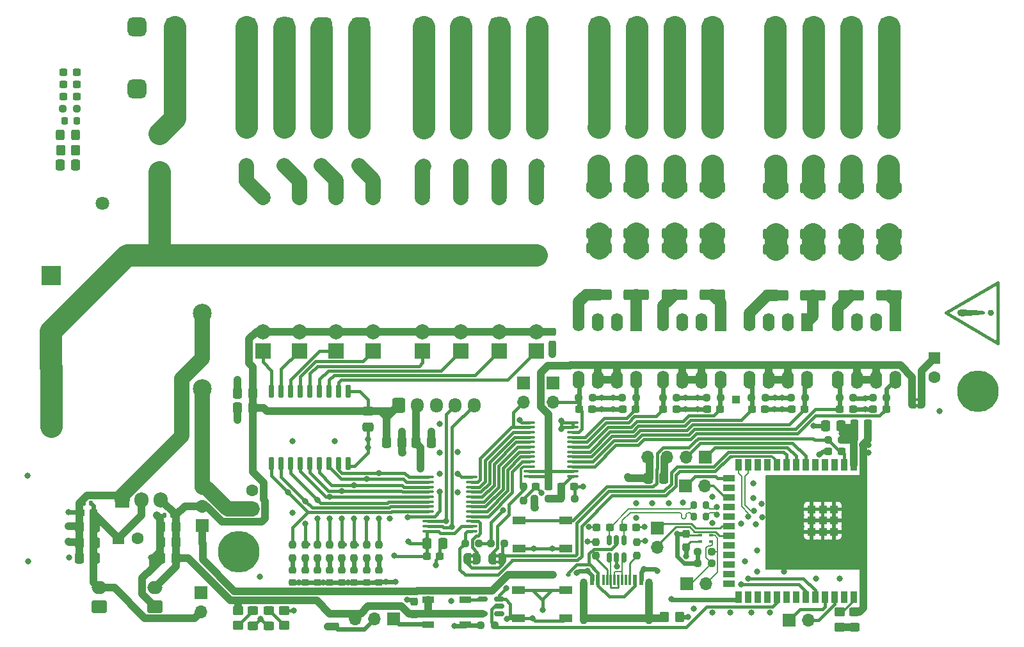
<source format=gbr>
%TF.GenerationSoftware,KiCad,Pcbnew,8.0.4*%
%TF.CreationDate,2024-09-09T03:45:19+02:00*%
%TF.ProjectId,hamodule,68616d6f-6475-46c6-952e-6b696361645f,20240908.24.8-2*%
%TF.SameCoordinates,Original*%
%TF.FileFunction,Copper,L1,Top*%
%TF.FilePolarity,Positive*%
%FSLAX46Y46*%
G04 Gerber Fmt 4.6, Leading zero omitted, Abs format (unit mm)*
G04 Created by KiCad (PCBNEW 8.0.4) date 2024-09-09 03:45:19*
%MOMM*%
%LPD*%
G01*
G04 APERTURE LIST*
G04 Aperture macros list*
%AMRoundRect*
0 Rectangle with rounded corners*
0 $1 Rounding radius*
0 $2 $3 $4 $5 $6 $7 $8 $9 X,Y pos of 4 corners*
0 Add a 4 corners polygon primitive as box body*
4,1,4,$2,$3,$4,$5,$6,$7,$8,$9,$2,$3,0*
0 Add four circle primitives for the rounded corners*
1,1,$1+$1,$2,$3*
1,1,$1+$1,$4,$5*
1,1,$1+$1,$6,$7*
1,1,$1+$1,$8,$9*
0 Add four rect primitives between the rounded corners*
20,1,$1+$1,$2,$3,$4,$5,0*
20,1,$1+$1,$4,$5,$6,$7,0*
20,1,$1+$1,$6,$7,$8,$9,0*
20,1,$1+$1,$8,$9,$2,$3,0*%
%AMFreePoly0*
4,1,19,0.000000,0.744911,0.071157,0.744911,0.207708,0.704816,0.327430,0.627875,0.420627,0.520320,0.479746,0.390866,0.500000,0.250000,0.500000,-0.250000,0.479746,-0.390866,0.420627,-0.520320,0.327430,-0.627875,0.207708,-0.704816,0.071157,-0.744911,0.000000,-0.744911,0.000000,-0.750000,-0.500000,-0.750000,-0.500000,0.750000,0.000000,0.750000,0.000000,0.744911,0.000000,0.744911,
$1*%
%AMFreePoly1*
4,1,19,0.500000,-0.750000,0.000000,-0.750000,0.000000,-0.744911,-0.071157,-0.744911,-0.207708,-0.704816,-0.327430,-0.627875,-0.420627,-0.520320,-0.479746,-0.390866,-0.500000,-0.250000,-0.500000,0.250000,-0.479746,0.390866,-0.420627,0.520320,-0.327430,0.627875,-0.207708,0.704816,-0.071157,0.744911,0.000000,0.744911,0.000000,0.750000,0.500000,0.750000,0.500000,-0.750000,0.500000,-0.750000,
$1*%
G04 Aperture macros list end*
%TA.AperFunction,EtchedComponent*%
%ADD10C,0.000000*%
%TD*%
%TA.AperFunction,EtchedComponent*%
%ADD11C,0.381000*%
%TD*%
%TA.AperFunction,EtchedComponent*%
%ADD12C,0.200000*%
%TD*%
%TA.AperFunction,EtchedComponent*%
%ADD13C,0.450000*%
%TD*%
%TA.AperFunction,EtchedComponent*%
%ADD14C,0.250000*%
%TD*%
%TA.AperFunction,EtchedComponent*%
%ADD15C,0.400000*%
%TD*%
%TA.AperFunction,SMDPad,CuDef*%
%ADD16RoundRect,0.100000X0.637500X0.100000X-0.637500X0.100000X-0.637500X-0.100000X0.637500X-0.100000X0*%
%TD*%
%TA.AperFunction,SMDPad,CuDef*%
%ADD17RoundRect,0.237500X0.237500X-0.250000X0.237500X0.250000X-0.237500X0.250000X-0.237500X-0.250000X0*%
%TD*%
%TA.AperFunction,SMDPad,CuDef*%
%ADD18FreePoly0,180.000000*%
%TD*%
%TA.AperFunction,SMDPad,CuDef*%
%ADD19FreePoly1,180.000000*%
%TD*%
%TA.AperFunction,SMDPad,CuDef*%
%ADD20FreePoly1,0.000000*%
%TD*%
%TA.AperFunction,SMDPad,CuDef*%
%ADD21FreePoly0,0.000000*%
%TD*%
%TA.AperFunction,ComponentPad*%
%ADD22R,1.700000X1.700000*%
%TD*%
%TA.AperFunction,ComponentPad*%
%ADD23O,1.700000X1.700000*%
%TD*%
%TA.AperFunction,SMDPad,CuDef*%
%ADD24RoundRect,0.249999X-1.425001X0.450001X-1.425001X-0.450001X1.425001X-0.450001X1.425001X0.450001X0*%
%TD*%
%TA.AperFunction,ComponentPad*%
%ADD25C,1.800000*%
%TD*%
%TA.AperFunction,SMDPad,CuDef*%
%ADD26RoundRect,0.250000X0.450000X-0.325000X0.450000X0.325000X-0.450000X0.325000X-0.450000X-0.325000X0*%
%TD*%
%TA.AperFunction,SMDPad,CuDef*%
%ADD27RoundRect,0.250000X0.450000X-0.350000X0.450000X0.350000X-0.450000X0.350000X-0.450000X-0.350000X0*%
%TD*%
%TA.AperFunction,ComponentPad*%
%ADD28RoundRect,0.250000X0.750000X-0.600000X0.750000X0.600000X-0.750000X0.600000X-0.750000X-0.600000X0*%
%TD*%
%TA.AperFunction,ComponentPad*%
%ADD29O,2.000000X1.700000*%
%TD*%
%TA.AperFunction,SMDPad,CuDef*%
%ADD30RoundRect,0.250000X0.337500X0.475000X-0.337500X0.475000X-0.337500X-0.475000X0.337500X-0.475000X0*%
%TD*%
%TA.AperFunction,ComponentPad*%
%ADD31R,2.500000X2.500000*%
%TD*%
%TA.AperFunction,ComponentPad*%
%ADD32C,2.500000*%
%TD*%
%TA.AperFunction,ComponentPad*%
%ADD33R,1.905000X2.000000*%
%TD*%
%TA.AperFunction,ComponentPad*%
%ADD34O,1.905000X2.000000*%
%TD*%
%TA.AperFunction,ComponentPad*%
%ADD35RoundRect,0.625000X0.625000X0.625000X-0.625000X0.625000X-0.625000X-0.625000X0.625000X-0.625000X0*%
%TD*%
%TA.AperFunction,ComponentPad*%
%ADD36C,2.000000*%
%TD*%
%TA.AperFunction,ComponentPad*%
%ADD37R,1.600000X2.400000*%
%TD*%
%TA.AperFunction,ComponentPad*%
%ADD38O,1.600000X2.400000*%
%TD*%
%TA.AperFunction,SMDPad,CuDef*%
%ADD39RoundRect,0.237500X-0.250000X-0.237500X0.250000X-0.237500X0.250000X0.237500X-0.250000X0.237500X0*%
%TD*%
%TA.AperFunction,SMDPad,CuDef*%
%ADD40RoundRect,0.237500X0.300000X0.237500X-0.300000X0.237500X-0.300000X-0.237500X0.300000X-0.237500X0*%
%TD*%
%TA.AperFunction,SMDPad,CuDef*%
%ADD41R,1.800000X1.100000*%
%TD*%
%TA.AperFunction,SMDPad,CuDef*%
%ADD42RoundRect,0.237500X-0.300000X-0.237500X0.300000X-0.237500X0.300000X0.237500X-0.300000X0.237500X0*%
%TD*%
%TA.AperFunction,SMDPad,CuDef*%
%ADD43RoundRect,0.237500X-0.237500X0.300000X-0.237500X-0.300000X0.237500X-0.300000X0.237500X0.300000X0*%
%TD*%
%TA.AperFunction,SMDPad,CuDef*%
%ADD44RoundRect,0.150000X0.150000X-0.725000X0.150000X0.725000X-0.150000X0.725000X-0.150000X-0.725000X0*%
%TD*%
%TA.AperFunction,ComponentPad*%
%ADD45R,1.600000X1.600000*%
%TD*%
%TA.AperFunction,ComponentPad*%
%ADD46C,1.600000*%
%TD*%
%TA.AperFunction,SMDPad,CuDef*%
%ADD47RoundRect,0.218750X0.256250X-0.218750X0.256250X0.218750X-0.256250X0.218750X-0.256250X-0.218750X0*%
%TD*%
%TA.AperFunction,ComponentPad*%
%ADD48R,2.000000X2.000000*%
%TD*%
%TA.AperFunction,SMDPad,CuDef*%
%ADD49RoundRect,0.150000X0.512500X0.150000X-0.512500X0.150000X-0.512500X-0.150000X0.512500X-0.150000X0*%
%TD*%
%TA.AperFunction,SMDPad,CuDef*%
%ADD50RoundRect,0.200000X0.200000X0.275000X-0.200000X0.275000X-0.200000X-0.275000X0.200000X-0.275000X0*%
%TD*%
%TA.AperFunction,SMDPad,CuDef*%
%ADD51R,0.900000X1.500000*%
%TD*%
%TA.AperFunction,SMDPad,CuDef*%
%ADD52R,1.500000X0.900000*%
%TD*%
%TA.AperFunction,SMDPad,CuDef*%
%ADD53R,1.000000X1.000000*%
%TD*%
%TA.AperFunction,SMDPad,CuDef*%
%ADD54RoundRect,0.237500X0.237500X-0.300000X0.237500X0.300000X-0.237500X0.300000X-0.237500X-0.300000X0*%
%TD*%
%TA.AperFunction,ComponentPad*%
%ADD55R,1.000000X1.000000*%
%TD*%
%TA.AperFunction,SMDPad,CuDef*%
%ADD56RoundRect,0.250000X-0.450000X0.325000X-0.450000X-0.325000X0.450000X-0.325000X0.450000X0.325000X0*%
%TD*%
%TA.AperFunction,SMDPad,CuDef*%
%ADD57RoundRect,0.250000X-0.337500X-0.475000X0.337500X-0.475000X0.337500X0.475000X-0.337500X0.475000X0*%
%TD*%
%TA.AperFunction,SMDPad,CuDef*%
%ADD58RoundRect,0.112500X-0.187500X-0.112500X0.187500X-0.112500X0.187500X0.112500X-0.187500X0.112500X0*%
%TD*%
%TA.AperFunction,SMDPad,CuDef*%
%ADD59RoundRect,0.250000X0.350000X0.450000X-0.350000X0.450000X-0.350000X-0.450000X0.350000X-0.450000X0*%
%TD*%
%TA.AperFunction,SMDPad,CuDef*%
%ADD60RoundRect,0.140000X-0.140000X-0.170000X0.140000X-0.170000X0.140000X0.170000X-0.140000X0.170000X0*%
%TD*%
%TA.AperFunction,SMDPad,CuDef*%
%ADD61R,0.600000X1.450000*%
%TD*%
%TA.AperFunction,SMDPad,CuDef*%
%ADD62R,0.300000X1.450000*%
%TD*%
%TA.AperFunction,ComponentPad*%
%ADD63O,1.000000X2.100000*%
%TD*%
%TA.AperFunction,ComponentPad*%
%ADD64O,1.000000X1.600000*%
%TD*%
%TA.AperFunction,ComponentPad*%
%ADD65RoundRect,0.250000X-0.600000X-0.725000X0.600000X-0.725000X0.600000X0.725000X-0.600000X0.725000X0*%
%TD*%
%TA.AperFunction,ComponentPad*%
%ADD66O,1.700000X1.950000*%
%TD*%
%TA.AperFunction,SMDPad,CuDef*%
%ADD67RoundRect,0.250000X0.325000X0.450000X-0.325000X0.450000X-0.325000X-0.450000X0.325000X-0.450000X0*%
%TD*%
%TA.AperFunction,SMDPad,CuDef*%
%ADD68RoundRect,0.250000X-0.475000X0.337500X-0.475000X-0.337500X0.475000X-0.337500X0.475000X0.337500X0*%
%TD*%
%TA.AperFunction,ComponentPad*%
%ADD69C,5.500000*%
%TD*%
%TA.AperFunction,SMDPad,CuDef*%
%ADD70RoundRect,0.140000X0.140000X0.170000X-0.140000X0.170000X-0.140000X-0.170000X0.140000X-0.170000X0*%
%TD*%
%TA.AperFunction,SMDPad,CuDef*%
%ADD71RoundRect,0.250000X-0.350000X-0.450000X0.350000X-0.450000X0.350000X0.450000X-0.350000X0.450000X0*%
%TD*%
%TA.AperFunction,SMDPad,CuDef*%
%ADD72R,0.500000X0.300000*%
%TD*%
%TA.AperFunction,SMDPad,CuDef*%
%ADD73RoundRect,0.150000X0.150000X-0.512500X0.150000X0.512500X-0.150000X0.512500X-0.150000X-0.512500X0*%
%TD*%
%TA.AperFunction,SMDPad,CuDef*%
%ADD74RoundRect,0.237500X0.250000X0.237500X-0.250000X0.237500X-0.250000X-0.237500X0.250000X-0.237500X0*%
%TD*%
%TA.AperFunction,SMDPad,CuDef*%
%ADD75RoundRect,0.218750X0.218750X0.256250X-0.218750X0.256250X-0.218750X-0.256250X0.218750X-0.256250X0*%
%TD*%
%TA.AperFunction,ViaPad*%
%ADD76C,0.800000*%
%TD*%
%TA.AperFunction,Conductor*%
%ADD77C,0.400000*%
%TD*%
%TA.AperFunction,Conductor*%
%ADD78C,0.600000*%
%TD*%
%TA.AperFunction,Conductor*%
%ADD79C,1.000000*%
%TD*%
%TA.AperFunction,Conductor*%
%ADD80C,0.350000*%
%TD*%
%TA.AperFunction,Conductor*%
%ADD81C,3.000000*%
%TD*%
%TA.AperFunction,Conductor*%
%ADD82C,0.250000*%
%TD*%
%TA.AperFunction,Conductor*%
%ADD83C,2.000000*%
%TD*%
%TA.AperFunction,Conductor*%
%ADD84C,0.200000*%
%TD*%
%TA.AperFunction,Conductor*%
%ADD85C,1.500000*%
%TD*%
G04 APERTURE END LIST*
D10*
%TA.AperFunction,EtchedComponent*%
%TO.C,JP3*%
G36*
X59724000Y10068400D02*
G01*
X59224000Y10068400D01*
X59224000Y10468400D01*
X59724000Y10468400D01*
X59724000Y10068400D01*
G37*
%TD.AperFunction*%
%TA.AperFunction,EtchedComponent*%
G36*
X59724000Y9268400D02*
G01*
X59224000Y9268400D01*
X59224000Y9668400D01*
X59724000Y9668400D01*
X59724000Y9268400D01*
G37*
%TD.AperFunction*%
%TA.AperFunction,EtchedComponent*%
%TO.C,JP2*%
G36*
X63074000Y10068400D02*
G01*
X62574000Y10068400D01*
X62574000Y10468400D01*
X63074000Y10468400D01*
X63074000Y10068400D01*
G37*
%TD.AperFunction*%
%TA.AperFunction,EtchedComponent*%
G36*
X63074000Y9268400D02*
G01*
X62574000Y9268400D01*
X62574000Y9668400D01*
X63074000Y9668400D01*
X63074000Y9268400D01*
G37*
%TD.AperFunction*%
D11*
%TO.C,G9*%
X122164000Y42468400D02*
X129084000Y46468400D01*
D12*
X122584000Y42318400D02*
X122584000Y42628400D01*
X129064000Y45978400D02*
X128654736Y46244722D01*
X129064000Y38958400D02*
X128654736Y38692078D01*
D11*
X129084000Y46468400D02*
X129084000Y38468400D01*
X129084000Y38468400D02*
X122164000Y42468400D01*
D13*
X124349000Y42468400D02*
G75*
G02*
X123899000Y42468400I-225000J0D01*
G01*
X123899000Y42468400D02*
G75*
G02*
X124349000Y42468400I225000J0D01*
G01*
D14*
X127249000Y42468400D02*
G75*
G02*
X126999000Y42468400I-125000J0D01*
G01*
X126999000Y42468400D02*
G75*
G02*
X127249000Y42468400I125000J0D01*
G01*
D15*
X128324000Y42468400D02*
G75*
G02*
X127924000Y42468400I-200000J0D01*
G01*
X127924000Y42468400D02*
G75*
G02*
X128324000Y42468400I200000J0D01*
G01*
D10*
%TA.AperFunction,EtchedComponent*%
G36*
X127124000Y42718400D02*
G01*
X127124000Y42218400D01*
X124124000Y42018400D01*
X124124000Y42918400D01*
X127124000Y42718400D01*
G37*
%TD.AperFunction*%
%TA.AperFunction,EtchedComponent*%
%TO.C,JP1*%
G36*
X118574000Y30768400D02*
G01*
X118074000Y30768400D01*
X118074000Y31168400D01*
X118574000Y31168400D01*
X118574000Y30768400D01*
G37*
%TD.AperFunction*%
%TA.AperFunction,EtchedComponent*%
G36*
X118574000Y29968400D02*
G01*
X118074000Y29968400D01*
X118074000Y30368400D01*
X118574000Y30368400D01*
X118574000Y29968400D01*
G37*
%TD.AperFunction*%
%TD*%
D16*
%TO.P,U9,1,V_{CCA}*%
%TO.N,Net-(U9-V_{CCA})*%
X72799000Y20818400D03*
%TO.P,U9,2,DIR*%
%TO.N,3.3V+*%
X72799000Y21468400D03*
%TO.P,U9,3,A1*%
%TO.N,Net-(U9-A1)*%
X72799000Y22118400D03*
%TO.P,U9,4,A2*%
%TO.N,Net-(U9-A2)*%
X72799000Y22768400D03*
%TO.P,U9,5,A3*%
%TO.N,Net-(U9-A3)*%
X72799000Y23418400D03*
%TO.P,U9,6,A4*%
%TO.N,Net-(U9-A4)*%
X72799000Y24068400D03*
%TO.P,U9,7,A5*%
%TO.N,Net-(U9-A5)*%
X72799000Y24718400D03*
%TO.P,U9,8,A6*%
%TO.N,Net-(U9-A6)*%
X72799000Y25368400D03*
%TO.P,U9,9,A7*%
%TO.N,Net-(U9-A7)*%
X72799000Y26018400D03*
%TO.P,U9,10,A8*%
%TO.N,Net-(J19-Pin_2)*%
X72799000Y26668400D03*
%TO.P,U9,11,GND*%
%TO.N,GND*%
X72799000Y27318400D03*
%TO.P,U9,12,GND*%
X72799000Y27968400D03*
%TO.P,U9,13,GND*%
X67074000Y27968400D03*
%TO.P,U9,14,B8*%
%TO.N,Net-(J17-Pin_2)*%
X67074000Y27318400D03*
%TO.P,U9,15,B7*%
%TO.N,Net-(U12-P06)*%
X67074000Y26668400D03*
%TO.P,U9,16,B6*%
%TO.N,Net-(U12-P05)*%
X67074000Y26018400D03*
%TO.P,U9,17,B5*%
%TO.N,Net-(U12-P04)*%
X67074000Y25368400D03*
%TO.P,U9,18,B4*%
%TO.N,Net-(U12-P03)*%
X67074000Y24718400D03*
%TO.P,U9,19,B3*%
%TO.N,Net-(U12-P02)*%
X67074000Y24068400D03*
%TO.P,U9,20,B2*%
%TO.N,Net-(U12-P01)*%
X67074000Y23418400D03*
%TO.P,U9,21,B1*%
%TO.N,Net-(U12-P00)*%
X67074000Y22768400D03*
%TO.P,U9,22,~{OE}*%
%TO.N,Net-(JP2-A)*%
X67074000Y22118400D03*
%TO.P,U9,23,V_{CCB}*%
%TO.N,3.3V+*%
X67074000Y21468400D03*
%TO.P,U9,24,V_{CCB}*%
X67074000Y20818400D03*
%TD*%
D17*
%TO.P,R59,1*%
%TO.N,GND*%
X66274000Y17618400D03*
%TO.P,R59,2*%
%TO.N,Net-(JP2-A)*%
X66274000Y19443400D03*
%TD*%
D18*
%TO.P,JP3,2,B*%
%TO.N,OUT_ENABLE*%
X58824000Y9868400D03*
D19*
%TO.P,JP3,1,A*%
%TO.N,Net-(JP3-A)*%
X60124000Y9868400D03*
%TD*%
D20*
%TO.P,JP2,1,A*%
%TO.N,Net-(JP2-A)*%
X62174000Y9868400D03*
D21*
%TO.P,JP2,2,B*%
%TO.N,OUT_ENABLE*%
X63474000Y9868400D03*
%TD*%
D22*
%TO.P,J5,1,Pin_1*%
%TO.N,3.3V+*%
X23674000Y5448400D03*
D23*
%TO.P,J5,2,Pin_2*%
%TO.N,Net-(J4-Pin_2)*%
X23674000Y2908400D03*
%TD*%
D24*
%TO.P,R12,1*%
%TO.N,Net-(F5-Pad1)*%
X76275000Y59056900D03*
%TO.P,R12,2*%
%TO.N,Net-(R12-Pad2)*%
X76275000Y52956900D03*
%TD*%
%TO.P,R11,1*%
%TO.N,Net-(F4-Pad1)*%
X81228000Y59056900D03*
%TO.P,R11,2*%
%TO.N,Net-(R11-Pad2)*%
X81228000Y52956900D03*
%TD*%
D25*
%TO.P,RV1,1*%
%TO.N,220VAC(N)*%
X10626400Y57005330D03*
%TO.P,RV1,2*%
%TO.N,220VAC(L)*%
X18126400Y55372000D03*
%TD*%
D24*
%TO.P,R19,1*%
%TO.N,Net-(R11-Pad2)*%
X81228000Y51005100D03*
%TO.P,R19,2*%
%TO.N,Net-(R19-Pad2)*%
X81228000Y44905100D03*
%TD*%
%TO.P,R20,1*%
%TO.N,Net-(R12-Pad2)*%
X76275000Y51005100D03*
%TO.P,R20,2*%
%TO.N,Net-(R20-Pad2)*%
X76275000Y44905100D03*
%TD*%
D26*
%TO.P,D2,1,K*%
%TO.N,GND*%
X30524000Y993400D03*
%TO.P,D2,2,A*%
%TO.N,Net-(D2-A)*%
X30524000Y3043400D03*
%TD*%
D27*
%TO.P,R7,1*%
%TO.N,Net-(D2-A)*%
X28524000Y1068400D03*
%TO.P,R7,2*%
%TO.N,5V+*%
X28524000Y3068400D03*
%TD*%
D28*
%TO.P,J1,1,Pin_1*%
%TO.N,GND*%
X17574000Y3568700D03*
D29*
%TO.P,J1,2,Pin_2*%
%TO.N,5V+*%
X17574000Y6068700D03*
%TD*%
D30*
%TO.P,C14,1*%
%TO.N,Net-(J4-Pin_2)*%
X9644200Y14098600D03*
%TO.P,C14,2*%
%TO.N,GND*%
X7569200Y14098600D03*
%TD*%
%TO.P,C8,1*%
%TO.N,5V+*%
X20361500Y12068400D03*
%TO.P,C8,2*%
%TO.N,GND*%
X18286500Y12068400D03*
%TD*%
D31*
%TO.P,PS1,1,VAC_IN(N)*%
%TO.N,220VAC(N)*%
X3780000Y47421800D03*
D32*
%TO.P,PS1,5,VAC_IN(L)*%
%TO.N,220VAC(L)*%
X3780000Y27421800D03*
%TO.P,PS1,7,+VOUT*%
%TO.N,5V+_PS*%
X23780000Y32421800D03*
%TO.P,PS1,9,-VOUT*%
%TO.N,GND*%
X23780000Y42421800D03*
%TD*%
D33*
%TO.P,U1,1,GND*%
%TO.N,GND*%
X13242700Y17729200D03*
D34*
%TO.P,U1,2,VO*%
%TO.N,Net-(J4-Pin_2)*%
X15782700Y17729200D03*
%TO.P,U1,3,VI*%
%TO.N,5V+*%
X18322700Y17729200D03*
%TD*%
D35*
%TO.P,J15,1,1*%
%TO.N,Net-(F13-Pad2)*%
X44691800Y72136000D03*
%TO.P,J15,2,2*%
X44691800Y80335999D03*
%TO.P,J15,3,3*%
%TO.N,Net-(F12-Pad2)*%
X39691800Y72136000D03*
%TO.P,J15,4,4*%
X39691800Y80335999D03*
%TO.P,J15,5,5*%
%TO.N,Net-(F11-Pad2)*%
X34691800Y72136000D03*
%TO.P,J15,6,6*%
X34691800Y80335999D03*
%TO.P,J15,7,7*%
%TO.N,Net-(F10-Pad2)*%
X29691800Y72136000D03*
%TO.P,J15,8,8*%
X29691800Y80335999D03*
%TD*%
%TO.P,J2,1,1*%
%TO.N,Net-(F1-Pad1)*%
X20144000Y72112401D03*
%TO.P,J2,2,2*%
X20144000Y80312400D03*
%TO.P,J2,3,3*%
%TO.N,220VAC(N)*%
X15144000Y72112401D03*
%TO.P,J2,4,4*%
X15144000Y80312400D03*
%TD*%
%TO.P,J7,1,1*%
%TO.N,Net-(F2-Pad2)*%
X91264000Y72140201D03*
%TO.P,J7,2,2*%
X91264000Y80340200D03*
%TO.P,J7,3,3*%
%TO.N,Net-(F3-Pad2)*%
X86264000Y72140201D03*
%TO.P,J7,4,4*%
X86264000Y80340200D03*
%TO.P,J7,5,5*%
%TO.N,Net-(F4-Pad2)*%
X81264000Y72140201D03*
%TO.P,J7,6,6*%
X81264000Y80340200D03*
%TO.P,J7,7,7*%
%TO.N,Net-(F5-Pad2)*%
X76264000Y72140201D03*
%TO.P,J7,8,8*%
X76264000Y80340200D03*
%TD*%
D36*
%TO.P,F1,1*%
%TO.N,Net-(F1-Pad1)*%
X18161000Y66243200D03*
%TO.P,F1,2*%
%TO.N,220VAC(L)*%
X18151000Y61163200D03*
%TD*%
D37*
%TO.P,U4,1*%
%TO.N,Net-(R23-Pad2)*%
X115513178Y41232282D03*
D38*
%TO.P,U4,2*%
%TO.N,220VAC(N)-LowV*%
X112973178Y41232282D03*
%TO.P,U4,3*%
X110433178Y41232282D03*
%TO.P,U4,4*%
%TO.N,Net-(R24-Pad2)*%
X107893178Y41232282D03*
%TO.P,U4,5*%
%TO.N,Net-(U9-A2)*%
X107893178Y33612282D03*
%TO.P,U4,6*%
%TO.N,3.3V+*%
X110433178Y33612282D03*
%TO.P,U4,7*%
X112973178Y33612282D03*
%TO.P,U4,8*%
%TO.N,Net-(U9-A1)*%
X115513178Y33612282D03*
%TD*%
D24*
%TO.P,R21,1*%
%TO.N,Net-(R21-Pad1)*%
X91286400Y51005100D03*
%TO.P,R21,2*%
%TO.N,Net-(R21-Pad2)*%
X91286400Y44905100D03*
%TD*%
%TO.P,R10,1*%
%TO.N,Net-(F3-Pad1)*%
X86257200Y59056900D03*
%TO.P,R10,2*%
%TO.N,Net-(R10-Pad2)*%
X86257200Y52956900D03*
%TD*%
%TO.P,R9,1*%
%TO.N,Net-(F2-Pad1)*%
X91286400Y59056900D03*
%TO.P,R9,2*%
%TO.N,Net-(R21-Pad1)*%
X91286400Y52956900D03*
%TD*%
D37*
%TO.P,U7,1*%
%TO.N,Net-(R19-Pad2)*%
X81205300Y41228800D03*
D38*
%TO.P,U7,2*%
%TO.N,220VAC(N)-LowV*%
X78665300Y41228800D03*
%TO.P,U7,3*%
X76125300Y41228800D03*
%TO.P,U7,4*%
%TO.N,Net-(R20-Pad2)*%
X73585300Y41228800D03*
%TO.P,U7,5*%
%TO.N,Net-(J19-Pin_2)*%
X73585300Y33608800D03*
%TO.P,U7,6*%
%TO.N,3.3V+*%
X76125300Y33608800D03*
%TO.P,U7,7*%
X78665300Y33608800D03*
%TO.P,U7,8*%
%TO.N,Net-(U9-A7)*%
X81205300Y33608800D03*
%TD*%
D37*
%TO.P,U6,1*%
%TO.N,Net-(R21-Pad2)*%
X92381300Y41228800D03*
D38*
%TO.P,U6,2*%
%TO.N,220VAC(N)-LowV*%
X89841300Y41228800D03*
%TO.P,U6,3*%
X87301300Y41228800D03*
%TO.P,U6,4*%
%TO.N,Net-(R22-Pad2)*%
X84761300Y41228800D03*
%TO.P,U6,5*%
%TO.N,Net-(U9-A6)*%
X84761300Y33608800D03*
%TO.P,U6,6*%
%TO.N,3.3V+*%
X87301300Y33608800D03*
%TO.P,U6,7*%
X89841300Y33608800D03*
%TO.P,U6,8*%
%TO.N,Net-(U9-A5)*%
X92381300Y33608800D03*
%TD*%
D24*
%TO.P,R22,1*%
%TO.N,Net-(R10-Pad2)*%
X86257200Y51005100D03*
%TO.P,R22,2*%
%TO.N,Net-(R22-Pad2)*%
X86257200Y44905100D03*
%TD*%
D39*
%TO.P,R1,1*%
%TO.N,EN*%
X106588402Y25681201D03*
%TO.P,R1,2*%
%TO.N,3.3V+*%
X108413402Y25681201D03*
%TD*%
D40*
%TO.P,C3,1*%
%TO.N,EN*%
X108350902Y24157201D03*
%TO.P,C3,2*%
%TO.N,GND*%
X106625902Y24157201D03*
%TD*%
D28*
%TO.P,J4,1,Pin_1*%
%TO.N,GND*%
X10174000Y3568700D03*
D29*
%TO.P,J4,2,Pin_2*%
%TO.N,Net-(J4-Pin_2)*%
X10174000Y6068700D03*
%TD*%
D41*
%TO.P,SW2,1,1*%
%TO.N,EN*%
X65671000Y14968400D03*
X71871000Y14968400D03*
%TO.P,SW2,2,2*%
%TO.N,GND*%
X65671000Y11268400D03*
X71871000Y11268400D03*
%TD*%
%TO.P,SW3,1,1*%
%TO.N,IO0*%
X65669800Y5765800D03*
X71869800Y5765800D03*
%TO.P,SW3,2,2*%
%TO.N,GND*%
X65669800Y2065800D03*
X71869800Y2065800D03*
%TD*%
D22*
%TO.P,J10,1,Pin_1*%
%TO.N,RXD0*%
X101429402Y1808701D03*
D23*
%TO.P,J10,2,Pin_2*%
%TO.N,TXD0*%
X103969402Y1808701D03*
%TD*%
D42*
%TO.P,C6,1*%
%TO.N,3.3V+*%
X110099000Y26268400D03*
%TO.P,C6,2*%
%TO.N,GND*%
X111824000Y26268400D03*
%TD*%
D43*
%TO.P,C30,1*%
%TO.N,3.3V+*%
X87779402Y13161201D03*
%TO.P,C30,2*%
%TO.N,GND*%
X87779402Y11436201D03*
%TD*%
D22*
%TO.P,J19,1,Pin_1*%
%TO.N,GND*%
X70174000Y33168400D03*
D23*
%TO.P,J19,2,Pin_2*%
%TO.N,Net-(J19-Pin_2)*%
X70174000Y30628400D03*
%TD*%
D40*
%TO.P,C11,1*%
%TO.N,Net-(C11-Pad1)*%
X77724000Y14078701D03*
%TO.P,C11,2*%
%TO.N,GND*%
X75999000Y14078701D03*
%TD*%
D26*
%TO.P,D3,1,K*%
%TO.N,GND*%
X32624000Y968400D03*
%TO.P,D3,2,A*%
%TO.N,Net-(D3-A)*%
X32624000Y3018400D03*
%TD*%
D44*
%TO.P,U11,1,I1*%
%TO.N,Net-(U11-I1)*%
X32964000Y22543400D03*
%TO.P,U11,2,I2*%
%TO.N,Net-(U11-I2)*%
X34234000Y22543400D03*
%TO.P,U11,3,I3*%
%TO.N,Net-(U11-I3)*%
X35504000Y22543400D03*
%TO.P,U11,4,I4*%
%TO.N,Net-(U11-I4)*%
X36774000Y22543400D03*
%TO.P,U11,5,I5*%
%TO.N,Net-(U11-I5)*%
X38044000Y22543400D03*
%TO.P,U11,6,I6*%
%TO.N,Net-(U11-I6)*%
X39314000Y22543400D03*
%TO.P,U11,7,I7*%
%TO.N,Net-(U11-I7)*%
X40584000Y22543400D03*
%TO.P,U11,8,I8*%
%TO.N,Net-(U11-I8)*%
X41854000Y22543400D03*
%TO.P,U11,9,GND*%
%TO.N,GND*%
X43124000Y22543400D03*
%TO.P,U11,10,COM*%
%TO.N,5V+*%
X43124000Y32093400D03*
%TO.P,U11,11,O8*%
%TO.N,Net-(U11-O8)*%
X41854000Y32093400D03*
%TO.P,U11,12,O7*%
%TO.N,Net-(U11-O7)*%
X40584000Y32093400D03*
%TO.P,U11,13,O6*%
%TO.N,Net-(U11-O6)*%
X39314000Y32093400D03*
%TO.P,U11,14,O5*%
%TO.N,Net-(U11-O5)*%
X38044000Y32093400D03*
%TO.P,U11,15,O4*%
%TO.N,Net-(U11-O4)*%
X36774000Y32093400D03*
%TO.P,U11,16,O3*%
%TO.N,Net-(U11-O3)*%
X35504000Y32093400D03*
%TO.P,U11,17,O2*%
%TO.N,Net-(U11-O2)*%
X34234000Y32093400D03*
%TO.P,U11,18,O1*%
%TO.N,Net-(U11-O1)*%
X32964000Y32093400D03*
%TD*%
D45*
%TO.P,C19,1*%
%TO.N,Net-(JP1-B)*%
X120624000Y36468400D03*
D46*
%TO.P,C19,2*%
%TO.N,GND*%
X120624000Y33968400D03*
%TD*%
D22*
%TO.P,J14,1,Pin_1*%
%TO.N,GPIO15*%
X90364000Y23368400D03*
D23*
%TO.P,J14,2,Pin_2*%
%TO.N,GPIO7*%
X87824000Y23368400D03*
%TO.P,J14,3,Pin_3*%
%TO.N,GND*%
X85284000Y23368400D03*
%TO.P,J14,4,Pin_4*%
%TO.N,3.3V+*%
X82744000Y23368400D03*
%TD*%
D17*
%TO.P,R46,1*%
%TO.N,Net-(D6-A)*%
X37396000Y9965496D03*
%TO.P,R46,2*%
%TO.N,Net-(U11-I2)*%
X37396000Y11790496D03*
%TD*%
D35*
%TO.P,J6,1,1*%
%TO.N,Net-(F6-Pad2)*%
X114621702Y72140201D03*
%TO.P,J6,2,2*%
X114621702Y80340200D03*
%TO.P,J6,3,3*%
%TO.N,Net-(F7-Pad2)*%
X109621702Y72140201D03*
%TO.P,J6,4,4*%
X109621702Y80340200D03*
%TO.P,J6,5,5*%
%TO.N,Net-(F8-Pad2)*%
X104621702Y72140201D03*
%TO.P,J6,6,6*%
X104621702Y80340200D03*
%TO.P,J6,7,7*%
%TO.N,Net-(F9-Pad2)*%
X99621702Y72140201D03*
%TO.P,J6,8,8*%
X99621702Y80340200D03*
%TD*%
%TO.P,J16,1,1*%
%TO.N,Net-(F17-Pad2)*%
X68059800Y72136000D03*
%TO.P,J16,2,2*%
X68059800Y80335999D03*
%TO.P,J16,3,3*%
%TO.N,Net-(F16-Pad2)*%
X63059800Y72136000D03*
%TO.P,J16,4,4*%
X63059800Y80335999D03*
%TO.P,J16,5,5*%
%TO.N,Net-(F15-Pad2)*%
X58059800Y72136000D03*
%TO.P,J16,6,6*%
X58059800Y80335999D03*
%TO.P,J16,7,7*%
%TO.N,Net-(F14-Pad2)*%
X53059800Y72136000D03*
%TO.P,J16,8,8*%
X53059800Y80335999D03*
%TD*%
D17*
%TO.P,R45,1*%
%TO.N,Net-(D5-A)*%
X35770400Y9967396D03*
%TO.P,R45,2*%
%TO.N,Net-(U11-I1)*%
X35770400Y11792396D03*
%TD*%
D24*
%TO.P,R25,1*%
%TO.N,Net-(R15-Pad2)*%
X104583200Y50900600D03*
%TO.P,R25,2*%
%TO.N,Net-(R25-Pad2)*%
X104583200Y44800600D03*
%TD*%
D42*
%TO.P,C25,1*%
%TO.N,Net-(U9-A4)*%
X96524002Y29707101D03*
%TO.P,C25,2*%
%TO.N,GND*%
X98249002Y29707101D03*
%TD*%
D40*
%TO.P,C40,1*%
%TO.N,unconnected-(C40-Pad1)*%
X7174000Y72718400D03*
%TO.P,C40,2*%
%TO.N,unconnected-(C40-Pad2)*%
X5449000Y72718400D03*
%TD*%
D24*
%TO.P,R15,1*%
%TO.N,Net-(F8-Pad1)*%
X104583200Y59032600D03*
%TO.P,R15,2*%
%TO.N,Net-(R15-Pad2)*%
X104583200Y52932600D03*
%TD*%
D47*
%TO.P,D5,1,K*%
%TO.N,GND*%
X35770400Y6790296D03*
%TO.P,D5,2,A*%
%TO.N,Net-(D5-A)*%
X35770400Y8365296D03*
%TD*%
D42*
%TO.P,C23,1*%
%TO.N,Net-(U9-A2)*%
X108156102Y29707101D03*
%TO.P,C23,2*%
%TO.N,GND*%
X109881102Y29707101D03*
%TD*%
D25*
%TO.P,F15,1*%
%TO.N,Net-(F15-Pad1)*%
X58026800Y61849000D03*
%TO.P,F15,2*%
%TO.N,Net-(F15-Pad2)*%
X58026800Y66929000D03*
%TD*%
D27*
%TO.P,R8,1*%
%TO.N,Net-(D3-A)*%
X34624000Y1068400D03*
%TO.P,R8,2*%
%TO.N,3.3V+*%
X34624000Y3068400D03*
%TD*%
D39*
%TO.P,R32,1*%
%TO.N,Net-(U9-A6)*%
X84738626Y31255920D03*
%TO.P,R32,2*%
%TO.N,GND*%
X86563626Y31255920D03*
%TD*%
D48*
%TO.P,K5,1*%
%TO.N,Net-(U11-O5)*%
X52911000Y37424500D03*
D36*
%TO.P,K5,2*%
%TO.N,5V+*%
X52911000Y39964500D03*
%TO.P,K5,3*%
%TO.N,220VAC(L)*%
X52911000Y50124500D03*
%TO.P,K5,4*%
%TO.N,Net-(F14-Pad1)*%
X52911000Y57744500D03*
%TD*%
D22*
%TO.P,J12,1,Pin_1*%
%TO.N,GPIO3*%
X87724000Y19568400D03*
D23*
%TO.P,J12,2,Pin_2*%
%TO.N,GPIO9*%
X90264000Y19568400D03*
%TD*%
D25*
%TO.P,F4,1*%
%TO.N,Net-(F4-Pad1)*%
X81228000Y61952500D03*
%TO.P,F4,2*%
%TO.N,Net-(F4-Pad2)*%
X81228000Y67032500D03*
%TD*%
D17*
%TO.P,R50,1*%
%TO.N,Net-(D10-A)*%
X43898400Y9967396D03*
%TO.P,R50,2*%
%TO.N,Net-(U11-I6)*%
X43898400Y11792396D03*
%TD*%
%TO.P,R49,1*%
%TO.N,Net-(D9-A)*%
X42272800Y9965496D03*
%TO.P,R49,2*%
%TO.N,Net-(U11-I5)*%
X42272800Y11790496D03*
%TD*%
D24*
%TO.P,R26,1*%
%TO.N,Net-(R16-Pad2)*%
X99644200Y50852800D03*
%TO.P,R26,2*%
%TO.N,Net-(R26-Pad2)*%
X99644200Y44752800D03*
%TD*%
D39*
%TO.P,R34,1*%
%TO.N,Net-(J19-Pin_2)*%
X73611526Y31255920D03*
%TO.P,R34,2*%
%TO.N,GND*%
X75436526Y31255920D03*
%TD*%
D49*
%TO.P,U10,1,NC*%
%TO.N,unconnected-(U10-NC-Pad1)*%
X63124000Y2641600D03*
%TO.P,U10,2,A*%
%TO.N,RGBLED*%
X63124000Y3591600D03*
%TO.P,U10,3,GND*%
%TO.N,GND*%
X63124000Y4541600D03*
%TO.P,U10,4,Y*%
%TO.N,Net-(D4-DIN)*%
X60849000Y4541600D03*
%TO.P,U10,5,VCC*%
%TO.N,5V+*%
X60849000Y2641600D03*
%TD*%
D50*
%TO.P,R5,1*%
%TO.N,/ESP-D-*%
X90454402Y16988701D03*
%TO.P,R5,2*%
%TO.N,Net-(C11-Pad1)*%
X88804402Y16988701D03*
%TD*%
D45*
%TO.P,C18,1*%
%TO.N,5V+_PS*%
X30424000Y16486020D03*
D46*
%TO.P,C18,2*%
%TO.N,GND*%
X30424000Y18986020D03*
%TD*%
D39*
%TO.P,R27,1*%
%TO.N,GND*%
X112511500Y31231101D03*
%TO.P,R27,2*%
%TO.N,Net-(U9-A1)*%
X114336500Y31231101D03*
%TD*%
D24*
%TO.P,R16,1*%
%TO.N,Net-(F9-Pad1)*%
X99644200Y58982800D03*
%TO.P,R16,2*%
%TO.N,Net-(R16-Pad2)*%
X99644200Y52882800D03*
%TD*%
D50*
%TO.P,R6,1*%
%TO.N,/ESP-D+*%
X90454402Y15513701D03*
%TO.P,R6,2*%
%TO.N,Net-(C13-Pad1)*%
X88804402Y15513701D03*
%TD*%
D51*
%TO.P,U3,1,GND*%
%TO.N,GND*%
X111239402Y22348701D03*
%TO.P,U3,2,3V3*%
%TO.N,3.3V+*%
X109969402Y22348701D03*
%TO.P,U3,3,EN*%
%TO.N,EN*%
X108699402Y22348701D03*
%TO.P,U3,4,GPIO4/TOUCH4/ADC1_CH3*%
%TO.N,unconnected-(U3-GPIO4{slash}TOUCH4{slash}ADC1_CH3-Pad4)*%
X107429402Y22348701D03*
%TO.P,U3,5,GPIO5/TOUCH5/ADC1_CH4*%
%TO.N,unconnected-(U3-GPIO5{slash}TOUCH5{slash}ADC1_CH4-Pad5)*%
X106159402Y22348701D03*
%TO.P,U3,6,GPIO6/TOUCH6/ADC1_CH5*%
%TO.N,unconnected-(U3-GPIO6{slash}TOUCH6{slash}ADC1_CH5-Pad6)*%
X104889402Y22348701D03*
%TO.P,U3,7,GPIO7/TOUCH7/ADC1_CH6*%
%TO.N,GPIO7*%
X103619402Y22348701D03*
%TO.P,U3,8,GPIO15/U0RTS/ADC2_CH4/XTAL_32K_P*%
%TO.N,GPIO15*%
X102349402Y22348701D03*
%TO.P,U3,9,GPIO16/U0CTS/ADC2_CH5/XTAL_32K_NH5*%
%TO.N,OUT_ENABLE*%
X101079402Y22348701D03*
%TO.P,U3,10,GPIO17/U1TXD/ADC2_CH6*%
%TO.N,TCAL_INT*%
X99809402Y22348701D03*
%TO.P,U3,11,GPIO18/U1RXD/ADC2_CH7/CLK_OUT3*%
%TO.N,unconnected-(U3-GPIO18{slash}U1RXD{slash}ADC2_CH7{slash}CLK_OUT3-Pad11)*%
X98539402Y22348701D03*
%TO.P,U3,12,GPIO8/TOUCH8/ADC1_CH7/SUBSPICS1*%
%TO.N,unconnected-(U3-GPIO8{slash}TOUCH8{slash}ADC1_CH7{slash}SUBSPICS1-Pad12)*%
X97269402Y22348701D03*
%TO.P,U3,13,GPIO19/U1RTS/ADC2_CH8/CLK_OUT2/USB_D-*%
%TO.N,/ESP-D-*%
X95999402Y22348701D03*
%TO.P,U3,14,GPIO20/U1CTS/ADC2_CH9/CLK_OUT1/USB_D+*%
%TO.N,/ESP-D+*%
X94729402Y22348701D03*
D52*
%TO.P,U3,15,GPIO3/TOUCH3/ADC1_CH2*%
%TO.N,GPIO3*%
X93479402Y20583701D03*
%TO.P,U3,16,GPIO46*%
%TO.N,unconnected-(U3-GPIO46-Pad16)*%
X93479402Y19313701D03*
%TO.P,U3,17,GPIO9/TOUCH9/ADC1_CH8/FSPIHD/SUBSPIHD*%
%TO.N,GPIO9*%
X93479402Y18043701D03*
%TO.P,U3,18,GPIO10/TOUCH10/ADC1_CH9/FSPICS0/FSPIIO4/SUBSPICS0*%
%TO.N,unconnected-(U3-GPIO10{slash}TOUCH10{slash}ADC1_CH9{slash}FSPICS0{slash}FSPIIO4{slash}SUBSPICS0-Pad18)*%
X93479402Y16773701D03*
%TO.P,U3,19,GPIO11/TOUCH11/ADC2_CH0/FSPID/FSPIIO5/SUBSPID*%
%TO.N,unconnected-(U3-GPIO11{slash}TOUCH11{slash}ADC2_CH0{slash}FSPID{slash}FSPIIO5{slash}SUBSPID-Pad19)*%
X93479402Y15503701D03*
%TO.P,U3,20,GPIO12/TOUCH12/ADC2_CH1/FSPICLK/FSPIIO6/SUBSPICLK*%
%TO.N,GPIO12*%
X93479402Y14233701D03*
%TO.P,U3,21,GPIO13/TOUCH13/ADC2_CH2/FSPIQ/FSPIIO7/SUBSPIQ*%
%TO.N,GPIO13*%
X93479402Y12963701D03*
%TO.P,U3,22,GPIO14/TOUCH14/ADC2_CH3/FSPIWP/FSPIDQS/SUBSPIWP*%
%TO.N,unconnected-(U3-GPIO14{slash}TOUCH14{slash}ADC2_CH3{slash}FSPIWP{slash}FSPIDQS{slash}SUBSPIWP-Pad22)*%
X93479402Y11693701D03*
%TO.P,U3,23,GPIO21*%
%TO.N,unconnected-(U3-GPIO21-Pad23)*%
X93479402Y10423701D03*
%TO.P,U3,24,GPIO47/SPICLK_P/SUBSPICLK_P_DIFF*%
%TO.N,unconnected-(U3-GPIO47{slash}SPICLK_P{slash}SUBSPICLK_P_DIFF-Pad24)*%
X93479402Y9153701D03*
%TO.P,U3,25,GPIO48/SPICLK_N/SUBSPICLK_N_DIFF*%
%TO.N,unconnected-(U3-GPIO48{slash}SPICLK_N{slash}SUBSPICLK_N_DIFF-Pad25)*%
X93479402Y7883701D03*
%TO.P,U3,26,GPIO45*%
%TO.N,unconnected-(U3-GPIO45-Pad26)*%
X93479402Y6613701D03*
D51*
%TO.P,U3,27,GPIO0/BOOT*%
%TO.N,IO0*%
X94729402Y4848701D03*
%TO.P,U3,28,NC*%
%TO.N,unconnected-(U3-NC-Pad28)*%
X95999402Y4848701D03*
%TO.P,U3,29,NC*%
%TO.N,unconnected-(U3-NC-Pad29)*%
X97269402Y4848701D03*
%TO.P,U3,30,NC*%
%TO.N,unconnected-(U3-NC-Pad30)*%
X98539402Y4848701D03*
%TO.P,U3,31,GPIO38/FSPIWP/SUBSPIWP*%
%TO.N,RGBLED*%
X99809402Y4848701D03*
%TO.P,U3,32,MTCK/GPIO39/CLK_OUT3/SUBSPICS1*%
%TO.N,unconnected-(U3-MTCK{slash}GPIO39{slash}CLK_OUT3{slash}SUBSPICS1-Pad32)*%
X101079402Y4848701D03*
%TO.P,U3,33,MTDO/GPIO40/CLK_OUT2*%
%TO.N,unconnected-(U3-MTDO{slash}GPIO40{slash}CLK_OUT2-Pad33)*%
X102349402Y4848701D03*
%TO.P,U3,34,MTDI/GPIO41/CLK_OUT1*%
%TO.N,SCL*%
X103619402Y4848701D03*
%TO.P,U3,35,MTMS/GPIO42*%
%TO.N,SDA*%
X104889402Y4848701D03*
%TO.P,U3,36,U0RXD/GPIO44/CLK_OUT2*%
%TO.N,RXD0*%
X106159402Y4848701D03*
%TO.P,U3,37,U0TXD/GPIO43/CLK_OUT1*%
%TO.N,TXD0*%
X107429402Y4848701D03*
%TO.P,U3,38,GPIO2/TOUCH2/ADC1_CH1*%
%TO.N,unconnected-(U3-GPIO2{slash}TOUCH2{slash}ADC1_CH1-Pad38)*%
X108699402Y4848701D03*
%TO.P,U3,39,GPIO1/TOUCH1/ADC1_CH0*%
%TO.N,LED-GPIO*%
X109969402Y4848701D03*
%TO.P,U3,40,GND*%
%TO.N,GND*%
X111239402Y4848701D03*
D53*
%TO.P,U3,41,GND*%
X107389402Y16458701D03*
X105889402Y16458701D03*
X104389402Y16458701D03*
X107389402Y14958701D03*
X105889402Y14958701D03*
X104389402Y14958701D03*
X107389402Y13458701D03*
X105889402Y13458701D03*
X104389402Y13458701D03*
%TD*%
D24*
%TO.P,R13,1*%
%TO.N,Net-(F6-Pad1)*%
X114616200Y59032600D03*
%TO.P,R13,2*%
%TO.N,Net-(R13-Pad2)*%
X114616200Y52932600D03*
%TD*%
D47*
%TO.P,D10,1,K*%
%TO.N,GND*%
X43898400Y6790396D03*
%TO.P,D10,2,A*%
%TO.N,Net-(D10-A)*%
X43898400Y8365396D03*
%TD*%
D16*
%TO.P,U12,1,INT*%
%TO.N,TCAL_INT*%
X59449000Y13568400D03*
%TO.P,U12,2,VCCI*%
%TO.N,3.3V+*%
X59449000Y14218400D03*
%TO.P,U12,3,RESET*%
%TO.N,Net-(JP3-A)*%
X59449000Y14868400D03*
%TO.P,U12,4,P00*%
%TO.N,Net-(U12-P00)*%
X59449000Y15518400D03*
%TO.P,U12,5,P01*%
%TO.N,Net-(U12-P01)*%
X59449000Y16168400D03*
%TO.P,U12,6,P02*%
%TO.N,Net-(U12-P02)*%
X59449000Y16818400D03*
%TO.P,U12,7,P03*%
%TO.N,Net-(U12-P03)*%
X59449000Y17468400D03*
%TO.P,U12,8,P04*%
%TO.N,Net-(U12-P04)*%
X59449000Y18118400D03*
%TO.P,U12,9,P05*%
%TO.N,Net-(U12-P05)*%
X59449000Y18768400D03*
%TO.P,U12,10,P06*%
%TO.N,Net-(U12-P06)*%
X59449000Y19418400D03*
%TO.P,U12,11,P07*%
%TO.N,Net-(J17-Pin_2)*%
X59449000Y20068400D03*
%TO.P,U12,12,GND*%
%TO.N,GND*%
X59449000Y20718400D03*
%TO.P,U12,13,P10*%
%TO.N,Net-(U11-I8)*%
X53724000Y20718400D03*
%TO.P,U12,14,P11*%
%TO.N,Net-(U11-I7)*%
X53724000Y20068400D03*
%TO.P,U12,15,P12*%
%TO.N,Net-(U11-I6)*%
X53724000Y19418400D03*
%TO.P,U12,16,P13*%
%TO.N,Net-(U11-I5)*%
X53724000Y18768400D03*
%TO.P,U12,17,P14*%
%TO.N,Net-(U11-I4)*%
X53724000Y18118400D03*
%TO.P,U12,18,P15*%
%TO.N,Net-(U11-I3)*%
X53724000Y17468400D03*
%TO.P,U12,19,P16*%
%TO.N,Net-(U11-I2)*%
X53724000Y16818400D03*
%TO.P,U12,20,P17*%
%TO.N,Net-(U11-I1)*%
X53724000Y16168400D03*
%TO.P,U12,21,ADDR*%
%TO.N,GND*%
X53724000Y15518400D03*
%TO.P,U12,22,SCL*%
%TO.N,SCL*%
X53724000Y14868400D03*
%TO.P,U12,23,SDA*%
%TO.N,SDA*%
X53724000Y14218400D03*
%TO.P,U12,24,VCCP*%
%TO.N,3.3V+*%
X53724000Y13568400D03*
%TD*%
D48*
%TO.P,K6,1*%
%TO.N,Net-(U11-O6)*%
X57991000Y37424500D03*
D36*
%TO.P,K6,2*%
%TO.N,5V+*%
X57991000Y39964500D03*
%TO.P,K6,3*%
%TO.N,220VAC(L)*%
X57991000Y50124500D03*
%TO.P,K6,4*%
%TO.N,Net-(F15-Pad1)*%
X57991000Y57744500D03*
%TD*%
D39*
%TO.P,R44,1*%
%TO.N,GND*%
X60659400Y1051600D03*
%TO.P,R44,2*%
%TO.N,RGBLED*%
X62484400Y1051600D03*
%TD*%
D25*
%TO.P,F2,1*%
%TO.N,Net-(F2-Pad1)*%
X91286400Y61952500D03*
%TO.P,F2,2*%
%TO.N,Net-(F2-Pad2)*%
X91286400Y67032500D03*
%TD*%
D22*
%TO.P,J17,1,Pin_1*%
%TO.N,GND*%
X66274000Y33158400D03*
D23*
%TO.P,J17,2,Pin_2*%
%TO.N,Net-(J17-Pin_2)*%
X66274000Y30618400D03*
%TD*%
D22*
%TO.P,J13,1,Pin_1*%
%TO.N,GPIO12*%
X84039402Y13923701D03*
D23*
%TO.P,J13,2,Pin_2*%
%TO.N,GPIO13*%
X84039402Y11383701D03*
%TD*%
D25*
%TO.P,F7,1*%
%TO.N,Net-(F7-Pad1)*%
X109626400Y61950600D03*
%TO.P,F7,2*%
%TO.N,Net-(F7-Pad2)*%
X109626400Y67030600D03*
%TD*%
D54*
%TO.P,C31,1*%
%TO.N,5V+*%
X51839200Y2540700D03*
%TO.P,C31,2*%
%TO.N,GND*%
X51839200Y4265700D03*
%TD*%
D22*
%TO.P,J11,1,Pin_1*%
%TO.N,SDA*%
X87929800Y6578600D03*
D23*
%TO.P,J11,2,Pin_2*%
%TO.N,SCL*%
X90469800Y6578600D03*
%TD*%
D39*
%TO.P,R29,1*%
%TO.N,GND*%
X101706402Y31231101D03*
%TO.P,R29,2*%
%TO.N,Net-(U9-A3)*%
X103531402Y31231101D03*
%TD*%
D55*
%TO.P,TP1,1,1*%
%TO.N,GND*%
X94424000Y30968400D03*
%TD*%
D56*
%TO.P,D13,1,K*%
%TO.N,GND*%
X110058200Y2879200D03*
%TO.P,D13,2,A*%
%TO.N,Net-(D13-A)*%
X110058200Y829200D03*
%TD*%
D57*
%TO.P,C35,1*%
%TO.N,5V+*%
X48149000Y25268400D03*
%TO.P,C35,2*%
%TO.N,GND*%
X50224000Y25268400D03*
%TD*%
D42*
%TO.P,C34,1*%
%TO.N,3.3V+*%
X53499000Y10218400D03*
%TO.P,C34,2*%
%TO.N,GND*%
X55224000Y10218400D03*
%TD*%
D58*
%TO.P,D1,1,K*%
%TO.N,VBUS*%
X70174000Y7768400D03*
%TO.P,D1,2,A*%
%TO.N,Net-(D1-A)*%
X72274000Y7768400D03*
%TD*%
D25*
%TO.P,F8,1*%
%TO.N,Net-(F8-Pad1)*%
X104621800Y61950600D03*
%TO.P,F8,2*%
%TO.N,Net-(F8-Pad2)*%
X104621800Y67030600D03*
%TD*%
%TO.P,F13,1*%
%TO.N,Net-(F13-Pad1)*%
X44532300Y61935500D03*
%TO.P,F13,2*%
%TO.N,Net-(F13-Pad2)*%
X44532300Y67015500D03*
%TD*%
D37*
%TO.P,U5,1*%
%TO.N,Net-(R25-Pad2)*%
X103829178Y41232282D03*
D38*
%TO.P,U5,2*%
%TO.N,220VAC(N)-LowV*%
X101289178Y41232282D03*
%TO.P,U5,3*%
X98749178Y41232282D03*
%TO.P,U5,4*%
%TO.N,Net-(R26-Pad2)*%
X96209178Y41232282D03*
%TO.P,U5,5*%
%TO.N,Net-(U9-A4)*%
X96209178Y33612282D03*
%TO.P,U5,6*%
%TO.N,3.3V+*%
X98749178Y33612282D03*
%TO.P,U5,7*%
X101289178Y33612282D03*
%TO.P,U5,8*%
%TO.N,Net-(U9-A3)*%
X103829178Y33612282D03*
%TD*%
D24*
%TO.P,R14,1*%
%TO.N,Net-(F7-Pad1)*%
X109637800Y59032600D03*
%TO.P,R14,2*%
%TO.N,Net-(R14-Pad2)*%
X109637800Y52932600D03*
%TD*%
D40*
%TO.P,C22,1*%
%TO.N,Net-(U9-A1)*%
X114286500Y29707101D03*
%TO.P,C22,2*%
%TO.N,GND*%
X112561500Y29707101D03*
%TD*%
D30*
%TO.P,C15,1*%
%TO.N,Net-(J4-Pin_2)*%
X9644200Y12041200D03*
%TO.P,C15,2*%
%TO.N,GND*%
X7569200Y12041200D03*
%TD*%
D22*
%TO.P,J8,1,Pin_1*%
%TO.N,Net-(D4-DOUT)*%
X49116800Y1966700D03*
D23*
%TO.P,J8,2,Pin_2*%
%TO.N,GND*%
X46576800Y1966700D03*
%TO.P,J8,3,Pin_3*%
%TO.N,5V+*%
X44036800Y1966700D03*
%TD*%
D42*
%TO.P,C42,1*%
%TO.N,unconnected-(C42-Pad1)*%
X5449000Y71118400D03*
%TO.P,C42,2*%
%TO.N,unconnected-(C42-Pad2)*%
X7174000Y71118400D03*
%TD*%
D59*
%TO.P,R55,1*%
%TO.N,unconnected-(R55-Pad1)*%
X7074000Y64018400D03*
%TO.P,R55,2*%
%TO.N,unconnected-(R55-Pad2)*%
X5074000Y64018400D03*
%TD*%
D60*
%TO.P,C44,1*%
%TO.N,3.3V+*%
X110144000Y24968400D03*
%TO.P,C44,2*%
%TO.N,GND*%
X111104000Y24968400D03*
%TD*%
D25*
%TO.P,F14,1*%
%TO.N,Net-(F14-Pad1)*%
X53073800Y61849000D03*
%TO.P,F14,2*%
%TO.N,Net-(F14-Pad2)*%
X53073800Y66929000D03*
%TD*%
D61*
%TO.P,J3,A1,GND*%
%TO.N,GND*%
X75355402Y7137801D03*
%TO.P,J3,A4,VBUS*%
%TO.N,Net-(D1-A)*%
X76155402Y7137801D03*
D62*
%TO.P,J3,A5,CC1*%
%TO.N,Net-(J3-CC1)*%
X77355402Y7137801D03*
%TO.P,J3,A6,D+*%
%TO.N,Net-(J3-D+-PadA6)*%
X78355402Y7137801D03*
%TO.P,J3,A7,D-*%
%TO.N,Net-(J3-D--PadA7)*%
X78855402Y7137801D03*
%TO.P,J3,A8,SBU1*%
%TO.N,unconnected-(J3-SBU1-PadA8)*%
X79855402Y7137801D03*
D61*
%TO.P,J3,A9,VBUS*%
%TO.N,Net-(D1-A)*%
X81055402Y7137801D03*
%TO.P,J3,A12,GND*%
%TO.N,GND*%
X81855402Y7137801D03*
%TO.P,J3,B1,GND*%
X81855402Y7137801D03*
%TO.P,J3,B4,VBUS*%
%TO.N,Net-(D1-A)*%
X81055402Y7137801D03*
D62*
%TO.P,J3,B5,CC2*%
%TO.N,Net-(J3-CC2)*%
X80355402Y7137801D03*
%TO.P,J3,B6,D+*%
%TO.N,Net-(J3-D+-PadA6)*%
X79355402Y7137801D03*
%TO.P,J3,B7,D-*%
%TO.N,Net-(J3-D--PadA7)*%
X77855402Y7137801D03*
%TO.P,J3,B8,SBU2*%
%TO.N,unconnected-(J3-SBU2-PadB8)*%
X76855402Y7137801D03*
D61*
%TO.P,J3,B9,VBUS*%
%TO.N,Net-(D1-A)*%
X76155402Y7137801D03*
%TO.P,J3,B12,GND*%
%TO.N,GND*%
X75355402Y7137801D03*
D63*
%TO.P,J3,S1,SHIELD*%
%TO.N,Net-(J3-SHIELD)*%
X74285402Y6222801D03*
D64*
X74285402Y2042801D03*
D63*
X82925402Y6222801D03*
D64*
X82925402Y2042801D03*
%TD*%
D39*
%TO.P,R31,1*%
%TO.N,GND*%
X90529826Y31255920D03*
%TO.P,R31,2*%
%TO.N,Net-(U9-A5)*%
X92354826Y31255920D03*
%TD*%
D42*
%TO.P,C47,1*%
%TO.N,Net-(U9-V_{CCA})*%
X71286500Y19468400D03*
%TO.P,C47,2*%
%TO.N,GND*%
X73011500Y19468400D03*
%TD*%
D65*
%TO.P,J9,1,Pin_1*%
%TO.N,5V+*%
X49762400Y30243000D03*
D66*
%TO.P,J9,2,Pin_2*%
%TO.N,3.3V+*%
X52262400Y30243000D03*
%TO.P,J9,3,Pin_3*%
%TO.N,GND*%
X54762400Y30243000D03*
%TO.P,J9,4,Pin_4*%
%TO.N,SCL*%
X57262400Y30243000D03*
%TO.P,J9,5,Pin_5*%
%TO.N,SDA*%
X59762400Y30243000D03*
%TD*%
D39*
%TO.P,R36,1*%
%TO.N,3.3V+*%
X67786500Y17868400D03*
%TO.P,R36,2*%
%TO.N,Net-(U9-V_{CCA})*%
X69611500Y17868400D03*
%TD*%
D17*
%TO.P,R47,1*%
%TO.N,Net-(D7-A)*%
X39021600Y9965496D03*
%TO.P,R47,2*%
%TO.N,Net-(U11-I3)*%
X39021600Y11790496D03*
%TD*%
D22*
%TO.P,SW1,1,A*%
%TO.N,VBUS*%
X23834000Y14298400D03*
D23*
%TO.P,SW1,2,B*%
%TO.N,5V+*%
X23834000Y16838400D03*
%TO.P,SW1,3,C*%
%TO.N,5V+_PS*%
X23834000Y19378400D03*
%TD*%
D42*
%TO.P,C27,1*%
%TO.N,Net-(U9-A6)*%
X84785626Y29731920D03*
%TO.P,C27,2*%
%TO.N,GND*%
X86510626Y29731920D03*
%TD*%
D47*
%TO.P,D12,1,K*%
%TO.N,GND*%
X47149600Y6790396D03*
%TO.P,D12,2,A*%
%TO.N,Net-(D12-A)*%
X47149600Y8365396D03*
%TD*%
D42*
%TO.P,C28,1*%
%TO.N,GND*%
X79402600Y29731920D03*
%TO.P,C28,2*%
%TO.N,Net-(U9-A7)*%
X81127600Y29731920D03*
%TD*%
D30*
%TO.P,C10,1*%
%TO.N,5V+*%
X20353700Y10004400D03*
%TO.P,C10,2*%
%TO.N,GND*%
X18278700Y10004400D03*
%TD*%
D25*
%TO.P,F6,1*%
%TO.N,Net-(F6-Pad1)*%
X114604800Y61950600D03*
%TO.P,F6,2*%
%TO.N,Net-(F6-Pad2)*%
X114604800Y67030600D03*
%TD*%
%TO.P,F3,1*%
%TO.N,Net-(F3-Pad1)*%
X86257200Y61952500D03*
%TO.P,F3,2*%
%TO.N,Net-(F3-Pad2)*%
X86257200Y67032500D03*
%TD*%
D39*
%TO.P,R30,1*%
%TO.N,Net-(U9-A4)*%
X96474002Y31231101D03*
%TO.P,R30,2*%
%TO.N,GND*%
X98299002Y31231101D03*
%TD*%
D67*
%TO.P,D14,1,K*%
%TO.N,unconnected-(D14-K-Pad1)*%
X7074000Y66018400D03*
%TO.P,D14,2,A*%
%TO.N,unconnected-(D14-A-Pad2)*%
X5024000Y66018400D03*
%TD*%
D47*
%TO.P,D6,1,K*%
%TO.N,GND*%
X37396000Y6790396D03*
%TO.P,D6,2,A*%
%TO.N,Net-(D6-A)*%
X37396000Y8365396D03*
%TD*%
D43*
%TO.P,C33,1*%
%TO.N,5V+*%
X41427400Y2615100D03*
%TO.P,C33,2*%
%TO.N,GND*%
X41427400Y890100D03*
%TD*%
D25*
%TO.P,F16,1*%
%TO.N,Net-(F16-Pad1)*%
X63106800Y61849000D03*
%TO.P,F16,2*%
%TO.N,Net-(F16-Pad2)*%
X63106800Y66929000D03*
%TD*%
D57*
%TO.P,C38,1*%
%TO.N,3.3V+*%
X82799000Y20568400D03*
%TO.P,C38,2*%
%TO.N,GND*%
X84874000Y20568400D03*
%TD*%
D17*
%TO.P,R52,1*%
%TO.N,Net-(D12-A)*%
X47149600Y9967396D03*
%TO.P,R52,2*%
%TO.N,Net-(U11-I8)*%
X47149600Y11792396D03*
%TD*%
D42*
%TO.P,C24,1*%
%TO.N,GND*%
X101756402Y29707101D03*
%TO.P,C24,2*%
%TO.N,Net-(U9-A3)*%
X103481402Y29707101D03*
%TD*%
D57*
%TO.P,C36,1*%
%TO.N,3.3V+*%
X52049000Y25268400D03*
%TO.P,C36,2*%
%TO.N,GND*%
X54124000Y25268400D03*
%TD*%
D40*
%TO.P,C26,1*%
%TO.N,Net-(U9-A5)*%
X92301826Y29731920D03*
%TO.P,C26,2*%
%TO.N,GND*%
X90576826Y29731920D03*
%TD*%
D68*
%TO.P,C37,1*%
%TO.N,5V+*%
X45724000Y29443400D03*
%TO.P,C37,2*%
%TO.N,GND*%
X45724000Y27368400D03*
%TD*%
D52*
%TO.P,D4,1,VDD*%
%TO.N,5V+*%
X53724000Y4518400D03*
%TO.P,D4,2,DOUT*%
%TO.N,Net-(D4-DOUT)*%
X53724000Y1218400D03*
%TO.P,D4,3,VSS*%
%TO.N,GND*%
X58624000Y1218400D03*
%TO.P,D4,4,DIN*%
%TO.N,Net-(D4-DIN)*%
X58624000Y4518400D03*
%TD*%
D69*
%TO.P,H5,1,1*%
%TO.N,unconnected-(H5-Pad1)*%
X28664000Y10858400D03*
%TD*%
D39*
%TO.P,R35,1*%
%TO.N,Net-(U9-V_{CCA})*%
X71224000Y17868400D03*
%TO.P,R35,2*%
%TO.N,GND*%
X73049000Y17868400D03*
%TD*%
D17*
%TO.P,R4,1*%
%TO.N,Net-(J3-CC2)*%
X81309402Y10296201D03*
%TO.P,R4,2*%
%TO.N,GND*%
X81309402Y12121201D03*
%TD*%
D70*
%TO.P,C49,1*%
%TO.N,Net-(J4-Pin_2)*%
X9084000Y17268400D03*
%TO.P,C49,2*%
%TO.N,GND*%
X8124000Y17268400D03*
%TD*%
D17*
%TO.P,R51,1*%
%TO.N,Net-(D11-A)*%
X45524000Y9967396D03*
%TO.P,R51,2*%
%TO.N,Net-(U11-I7)*%
X45524000Y11792396D03*
%TD*%
D40*
%TO.P,C46,1*%
%TO.N,3.3V+*%
X69611500Y19468400D03*
%TO.P,C46,2*%
%TO.N,GND*%
X67886500Y19468400D03*
%TD*%
%TO.P,C17,1*%
%TO.N,Net-(J4-Pin_2)*%
X9449000Y15968400D03*
%TO.P,C17,2*%
%TO.N,GND*%
X7724000Y15968400D03*
%TD*%
D48*
%TO.P,K1,1*%
%TO.N,Net-(U11-O1)*%
X31818300Y37424500D03*
D36*
%TO.P,K1,2*%
%TO.N,5V+*%
X31818300Y39964500D03*
%TO.P,K1,3*%
%TO.N,220VAC(L)*%
X31818300Y50124500D03*
%TO.P,K1,4*%
%TO.N,Net-(F10-Pad1)*%
X31818300Y57744500D03*
%TD*%
D48*
%TO.P,K2,1*%
%TO.N,Net-(U11-O2)*%
X36644300Y37424500D03*
D36*
%TO.P,K2,2*%
%TO.N,5V+*%
X36644300Y39964500D03*
%TO.P,K2,3*%
%TO.N,220VAC(L)*%
X36644300Y50124500D03*
%TO.P,K2,4*%
%TO.N,Net-(F11-Pad1)*%
X36644300Y57744500D03*
%TD*%
D25*
%TO.P,F11,1*%
%TO.N,Net-(F11-Pad1)*%
X34612300Y61935500D03*
%TO.P,F11,2*%
%TO.N,Net-(F11-Pad2)*%
X34612300Y67015500D03*
%TD*%
D48*
%TO.P,K4,1*%
%TO.N,Net-(U11-O4)*%
X46423300Y37424500D03*
D36*
%TO.P,K4,2*%
%TO.N,5V+*%
X46423300Y39964500D03*
%TO.P,K4,3*%
%TO.N,220VAC(L)*%
X46423300Y50124500D03*
%TO.P,K4,4*%
%TO.N,Net-(F13-Pad1)*%
X46423300Y57744500D03*
%TD*%
D48*
%TO.P,K7,1*%
%TO.N,Net-(U11-O7)*%
X63071000Y37424500D03*
D36*
%TO.P,K7,2*%
%TO.N,5V+*%
X63071000Y39964500D03*
%TO.P,K7,3*%
%TO.N,220VAC(L)*%
X63071000Y50124500D03*
%TO.P,K7,4*%
%TO.N,Net-(F16-Pad1)*%
X63071000Y57744500D03*
%TD*%
D48*
%TO.P,K8,1*%
%TO.N,Net-(U11-O8)*%
X68024000Y37424500D03*
D36*
%TO.P,K8,2*%
%TO.N,5V+*%
X68024000Y39964500D03*
%TO.P,K8,3*%
%TO.N,220VAC(L)*%
X68024000Y50124500D03*
%TO.P,K8,4*%
%TO.N,Net-(F17-Pad1)*%
X68024000Y57744500D03*
%TD*%
D30*
%TO.P,C21,1*%
%TO.N,5V+*%
X30524000Y29868400D03*
%TO.P,C21,2*%
%TO.N,GND*%
X28449000Y29868400D03*
%TD*%
D71*
%TO.P,R2,1*%
%TO.N,Net-(J3-SHIELD)*%
X84944200Y2184400D03*
%TO.P,R2,2*%
%TO.N,GND*%
X86944200Y2184400D03*
%TD*%
D72*
%TO.P,U8,1,SDA*%
%TO.N,SDA*%
X91089402Y12205101D03*
%TO.P,U8,2,SCL*%
%TO.N,SCL*%
X91089402Y13005101D03*
%TO.P,U8,3,VDD*%
%TO.N,3.3V+*%
X89689402Y13005101D03*
%TO.P,U8,4,GND*%
%TO.N,GND*%
X89689402Y12205101D03*
%TD*%
D47*
%TO.P,D8,1,K*%
%TO.N,GND*%
X40647200Y6790396D03*
%TO.P,D8,2,A*%
%TO.N,Net-(D8-A)*%
X40647200Y8365396D03*
%TD*%
D73*
%TO.P,U2,1,I/O1*%
%TO.N,Net-(J3-D--PadA7)*%
X77659402Y10101201D03*
%TO.P,U2,2,GND*%
%TO.N,GND*%
X78609402Y10101201D03*
%TO.P,U2,3,I/O2*%
%TO.N,Net-(J3-D+-PadA6)*%
X79559402Y10101201D03*
%TO.P,U2,4,I/O2*%
%TO.N,Net-(C13-Pad1)*%
X79559402Y12376201D03*
%TO.P,U2,5,VBUS*%
%TO.N,Net-(D1-A)*%
X78609402Y12376201D03*
%TO.P,U2,6,I/O1*%
%TO.N,Net-(C11-Pad1)*%
X77659402Y12376201D03*
%TD*%
D48*
%TO.P,K3,1*%
%TO.N,Net-(U11-O3)*%
X41470300Y37424500D03*
D36*
%TO.P,K3,2*%
%TO.N,5V+*%
X41470300Y39964500D03*
%TO.P,K3,3*%
%TO.N,220VAC(L)*%
X41470300Y50124500D03*
%TO.P,K3,4*%
%TO.N,Net-(F12-Pad1)*%
X41470300Y57744500D03*
%TD*%
D42*
%TO.P,C13,1*%
%TO.N,Net-(C13-Pad1)*%
X79499000Y14078701D03*
%TO.P,C13,2*%
%TO.N,GND*%
X81224000Y14078701D03*
%TD*%
D69*
%TO.P,H4,1,1*%
%TO.N,unconnected-(H4-Pad1)*%
X126424000Y32080200D03*
%TD*%
D57*
%TO.P,C41,1*%
%TO.N,unconnected-(C41-Pad1)*%
X4999000Y62018400D03*
%TO.P,C41,2*%
%TO.N,unconnected-(C41-Pad2)*%
X7074000Y62018400D03*
%TD*%
D39*
%TO.P,R17,1*%
%TO.N,3.3V+*%
X89358502Y10795000D03*
%TO.P,R17,2*%
%TO.N,SCL*%
X91183502Y10795000D03*
%TD*%
D30*
%TO.P,C16,1*%
%TO.N,Net-(J4-Pin_2)*%
X9644200Y10009200D03*
%TO.P,C16,2*%
%TO.N,GND*%
X7569200Y10009200D03*
%TD*%
D47*
%TO.P,D7,1,K*%
%TO.N,GND*%
X39021600Y6790396D03*
%TO.P,D7,2,A*%
%TO.N,Net-(D7-A)*%
X39021600Y8365396D03*
%TD*%
D24*
%TO.P,R24,1*%
%TO.N,Net-(R14-Pad2)*%
X109637800Y50904600D03*
%TO.P,R24,2*%
%TO.N,Net-(R24-Pad2)*%
X109637800Y44804600D03*
%TD*%
D45*
%TO.P,C12,1*%
%TO.N,Net-(J4-Pin_2)*%
X12734700Y12649200D03*
D46*
%TO.P,C12,2*%
%TO.N,GND*%
X15234700Y12649200D03*
%TD*%
D25*
%TO.P,F9,1*%
%TO.N,Net-(F9-Pad1)*%
X99621800Y61980000D03*
%TO.P,F9,2*%
%TO.N,Net-(F9-Pad2)*%
X99621800Y67060000D03*
%TD*%
%TO.P,F5,1*%
%TO.N,Net-(F5-Pad1)*%
X76249600Y61952500D03*
%TO.P,F5,2*%
%TO.N,Net-(F5-Pad2)*%
X76249600Y67032500D03*
%TD*%
D74*
%TO.P,R54,1*%
%TO.N,unconnected-(R54-Pad1)*%
X7174000Y69518400D03*
%TO.P,R54,2*%
%TO.N,unconnected-(R54-Pad2)*%
X5349000Y69518400D03*
%TD*%
D47*
%TO.P,D9,1,K*%
%TO.N,GND*%
X42272800Y6790396D03*
%TO.P,D9,2,A*%
%TO.N,Net-(D9-A)*%
X42272800Y8365396D03*
%TD*%
D20*
%TO.P,JP1,1,A*%
%TO.N,3.3V+*%
X117674000Y30568400D03*
D21*
%TO.P,JP1,2,B*%
%TO.N,Net-(JP1-B)*%
X118974000Y30568400D03*
%TD*%
D24*
%TO.P,R23,1*%
%TO.N,Net-(R13-Pad2)*%
X114616200Y50904600D03*
%TO.P,R23,2*%
%TO.N,Net-(R23-Pad2)*%
X114616200Y44804600D03*
%TD*%
D42*
%TO.P,C4,1*%
%TO.N,3.3V+*%
X110099000Y27868400D03*
%TO.P,C4,2*%
%TO.N,GND*%
X111824000Y27868400D03*
%TD*%
D30*
%TO.P,C5,1*%
%TO.N,5V+*%
X20361500Y14168400D03*
%TO.P,C5,2*%
%TO.N,GND*%
X18286500Y14168400D03*
%TD*%
D25*
%TO.P,F17,1*%
%TO.N,Net-(F17-Pad1)*%
X68059800Y61849000D03*
%TO.P,F17,2*%
%TO.N,Net-(F17-Pad2)*%
X68059800Y66929000D03*
%TD*%
D30*
%TO.P,C20,1*%
%TO.N,5V+*%
X30524000Y31868400D03*
%TO.P,C20,2*%
%TO.N,GND*%
X28449000Y31868400D03*
%TD*%
D17*
%TO.P,R48,1*%
%TO.N,Net-(D8-A)*%
X40647200Y9965496D03*
%TO.P,R48,2*%
%TO.N,Net-(U11-I4)*%
X40647200Y11790496D03*
%TD*%
D60*
%TO.P,C43,1*%
%TO.N,3.3V+*%
X110144000Y23968400D03*
%TO.P,C43,2*%
%TO.N,GND*%
X111104000Y23968400D03*
%TD*%
D39*
%TO.P,R33,1*%
%TO.N,GND*%
X79351926Y31267400D03*
%TO.P,R33,2*%
%TO.N,Net-(U9-A7)*%
X81176926Y31267400D03*
%TD*%
D40*
%TO.P,C39,1*%
%TO.N,unconnected-(C39-Pad1)*%
X7174000Y74318400D03*
%TO.P,C39,2*%
%TO.N,unconnected-(C39-Pad2)*%
X5449000Y74318400D03*
%TD*%
D39*
%TO.P,R18,1*%
%TO.N,3.3V+*%
X89358502Y9271000D03*
%TO.P,R18,2*%
%TO.N,SDA*%
X91183502Y9271000D03*
%TD*%
D25*
%TO.P,F10,1*%
%TO.N,Net-(F10-Pad1)*%
X29659300Y61935500D03*
%TO.P,F10,2*%
%TO.N,Net-(F10-Pad2)*%
X29659300Y67015500D03*
%TD*%
D39*
%TO.P,R37,1*%
%TO.N,3.3V+*%
X61949000Y11918400D03*
%TO.P,R37,2*%
%TO.N,OUT_ENABLE*%
X63774000Y11918400D03*
%TD*%
D74*
%TO.P,R38,2*%
%TO.N,TCAL_INT*%
X58561500Y11918400D03*
%TO.P,R38,1*%
%TO.N,3.3V+*%
X60386500Y11918400D03*
%TD*%
D27*
%TO.P,R53,1*%
%TO.N,Net-(D13-A)*%
X108102400Y854200D03*
%TO.P,R53,2*%
%TO.N,LED-GPIO*%
X108102400Y2854200D03*
%TD*%
D17*
%TO.P,R3,1*%
%TO.N,Net-(J3-CC1)*%
X75839402Y10316201D03*
%TO.P,R3,2*%
%TO.N,GND*%
X75839402Y12141201D03*
%TD*%
D43*
%TO.P,C9,1*%
%TO.N,5V+*%
X70154000Y39953400D03*
%TO.P,C9,2*%
%TO.N,GND*%
X70154000Y38228400D03*
%TD*%
D42*
%TO.P,C29,1*%
%TO.N,Net-(J19-Pin_2)*%
X73660426Y29731920D03*
%TO.P,C29,2*%
%TO.N,GND*%
X75385426Y29731920D03*
%TD*%
D25*
%TO.P,F12,1*%
%TO.N,Net-(F12-Pad1)*%
X39532300Y61935500D03*
%TO.P,F12,2*%
%TO.N,Net-(F12-Pad2)*%
X39532300Y67015500D03*
%TD*%
D30*
%TO.P,C7,1*%
%TO.N,3.3V+*%
X108324000Y27468400D03*
%TO.P,C7,2*%
%TO.N,GND*%
X106249000Y27468400D03*
%TD*%
D70*
%TO.P,C48,1*%
%TO.N,5V+*%
X19784000Y15668400D03*
%TO.P,C48,2*%
%TO.N,GND*%
X18824000Y15668400D03*
%TD*%
D57*
%TO.P,C32,1*%
%TO.N,3.3V+*%
X53549000Y11968400D03*
%TO.P,C32,2*%
%TO.N,GND*%
X55624000Y11968400D03*
%TD*%
D47*
%TO.P,D11,1,K*%
%TO.N,GND*%
X45524000Y6790396D03*
%TO.P,D11,2,A*%
%TO.N,Net-(D11-A)*%
X45524000Y8365396D03*
%TD*%
D39*
%TO.P,R28,1*%
%TO.N,Net-(U9-A2)*%
X108105302Y31231101D03*
%TO.P,R28,2*%
%TO.N,GND*%
X109930302Y31231101D03*
%TD*%
D75*
%TO.P,D15,1,K*%
%TO.N,unconnected-(D15-K-Pad1)*%
X7174000Y67918400D03*
%TO.P,D15,2,A*%
%TO.N,unconnected-(D15-A-Pad2)*%
X5599000Y67918400D03*
%TD*%
D76*
%TO.N,GND*%
X71274000Y27118400D03*
X71274000Y28218400D03*
%TO.N,3.3V+*%
X63571000Y16321956D03*
X49183529Y10308871D03*
X51033529Y12158871D03*
%TO.N,GND*%
X54724000Y9018400D03*
X68707120Y18632887D03*
X74174000Y19468400D03*
X65774000Y28268400D03*
%TO.N,3.3V+*%
X86624000Y13168400D03*
X109524000Y27068400D03*
X108413402Y26468400D03*
%TO.N,IO0*%
X68834000Y3148200D03*
X85878497Y4522897D03*
%TO.N,GND*%
X17824000Y15668400D03*
X35774000Y16018400D03*
X774000Y9518400D03*
X81224000Y17268400D03*
X111124000Y16968400D03*
X111124000Y19968400D03*
X102124000Y15468400D03*
X64126204Y1920409D03*
X64010737Y5981663D03*
X96724000Y19868400D03*
X105124000Y9468400D03*
X109624000Y19968400D03*
X31424000Y7568400D03*
X48124000Y6868400D03*
X102124000Y9468400D03*
X96724000Y17968400D03*
X108124000Y18468400D03*
X111124000Y9468400D03*
X67653400Y11268400D03*
X74974000Y14098701D03*
X76606400Y31267400D03*
X17220969Y8668400D03*
X121324000Y29418400D03*
X97924000Y15368400D03*
X48574000Y15268400D03*
X74774000Y12168400D03*
X45724000Y25768400D03*
X87706200Y29743400D03*
X17024000Y10068400D03*
X105024000Y7268400D03*
X41324000Y25468400D03*
X28449000Y33568400D03*
X57624000Y24018400D03*
X73374000Y8018400D03*
X82324000Y14098701D03*
X57624000Y21168400D03*
X93624000Y2768400D03*
X111124000Y10968400D03*
X104668242Y27468399D03*
X43124000Y6790296D03*
X111524000Y29668400D03*
X105224000Y18468400D03*
X87824000Y10268400D03*
X111124000Y13968400D03*
X100624000Y10768400D03*
X49374000Y6868400D03*
X91324000Y18068400D03*
X100546400Y31216600D03*
X97224000Y8168400D03*
X6172200Y10109200D03*
X6146800Y12217400D03*
X50974000Y15368400D03*
X82424000Y12268400D03*
X50874000Y4468400D03*
X78625400Y8862301D03*
X105445758Y23689201D03*
X111924000Y23968400D03*
X70154000Y37018400D03*
X103624000Y10968400D03*
X55224000Y18768400D03*
X109624000Y12668400D03*
X55212400Y27768400D03*
X87731600Y31242000D03*
X45724000Y24668400D03*
X111824000Y26968400D03*
X95124000Y14568400D03*
X67487800Y2032000D03*
X31524000Y1968400D03*
X96424000Y2768400D03*
X89357200Y29743400D03*
X100546400Y29718000D03*
X103824000Y19868400D03*
X6124000Y16068400D03*
X78181200Y31216600D03*
X55224000Y21118400D03*
X95624000Y9568400D03*
X108124000Y7268400D03*
X6096000Y14198600D03*
X98924000Y2768400D03*
X97824000Y17168400D03*
X102124000Y12368400D03*
X74774000Y8318400D03*
X97224000Y10968400D03*
X57624000Y18718400D03*
X106624000Y10968400D03*
X89357200Y31267400D03*
X39824000Y6790296D03*
X83324000Y17268400D03*
X99224000Y19968400D03*
X99124000Y9568400D03*
X40402300Y890100D03*
X111524000Y31168400D03*
X81224000Y15326200D03*
X50224000Y26768400D03*
X100724000Y8168400D03*
X102224000Y18468400D03*
X35724000Y25468400D03*
X56724000Y4268400D03*
X99555800Y31216600D03*
X54124000Y26768400D03*
X82244849Y8547551D03*
X87424000Y17318400D03*
X109624000Y15468400D03*
X50274000Y23918400D03*
X88024000Y2184400D03*
X84024000Y8268400D03*
X28449000Y28293400D03*
X91324000Y14655101D03*
X85524000Y17268400D03*
X111224000Y6368400D03*
X55224000Y23968400D03*
X111924000Y24968400D03*
X91324000Y2768400D03*
X97024000Y14468400D03*
X70142600Y11268400D03*
X674000Y20918400D03*
X88824000Y3268400D03*
X108124000Y9468400D03*
X76606400Y29743400D03*
X106624000Y19868400D03*
X78130400Y29692600D03*
X36624000Y6790296D03*
X57150000Y1041400D03*
X99530400Y29692600D03*
%TO.N,SDA*%
X95986468Y7298201D03*
X56824000Y14118400D03*
%TO.N,SCL*%
X95129402Y6498701D03*
X56024000Y14886600D03*
%TO.N,/ESP-D+*%
X96038170Y15477469D03*
X91853360Y15726201D03*
%TO.N,/ESP-D-*%
X91853360Y16776201D03*
X96780634Y16219933D03*
%TO.N,Net-(U11-I1)*%
X35158314Y18702714D03*
%TO.N,Net-(U11-I2)*%
X37474000Y17518400D03*
X37410000Y14554400D03*
%TO.N,Net-(U11-I3)*%
X39072400Y15268400D03*
X39072400Y17668400D03*
%TO.N,Net-(U11-I4)*%
X40647200Y15268400D03*
X40650783Y18068400D03*
%TO.N,Net-(U11-I5)*%
X42272800Y15268400D03*
X42274000Y18868400D03*
%TO.N,Net-(U11-I8)*%
X47174000Y21268400D03*
X47149600Y15268400D03*
%TO.N,Net-(U11-I7)*%
X45524000Y20468400D03*
X45524000Y15268400D03*
%TO.N,Net-(U11-I6)*%
X43874000Y19668400D03*
X43887000Y15268400D03*
%TO.N,3.3V+*%
X67824000Y16668400D03*
X35924000Y3068400D03*
X52674000Y21818400D03*
X80084000Y20708400D03*
%TD*%
D77*
%TO.N,GND*%
X55224000Y10218400D02*
X55224000Y11568400D01*
X55224000Y11568400D02*
X55624000Y11968400D01*
X54724000Y9718400D02*
X55224000Y10218400D01*
X54724000Y9018400D02*
X54724000Y9718400D01*
%TO.N,Net-(J19-Pin_2)*%
X70174000Y30628400D02*
X73550426Y30628400D01*
X73550426Y30628400D02*
X73660426Y30518400D01*
D78*
X73660426Y30518400D02*
X73660426Y33533674D01*
X73660426Y29731920D02*
X73660426Y30518400D01*
D77*
%TO.N,GND*%
X72799000Y27968400D02*
X72799000Y27318400D01*
X71274000Y28218400D02*
X71274000Y27118400D01*
X71524000Y27968400D02*
X71274000Y28218400D01*
X72799000Y27968400D02*
X71524000Y27968400D01*
X72799000Y27318400D02*
X71474000Y27318400D01*
X71474000Y27318400D02*
X71274000Y27118400D01*
D79*
%TO.N,3.3V+*%
X72527482Y35512282D02*
X76124000Y35512282D01*
X72524000Y35508800D02*
X72527482Y35512282D01*
X68574000Y34568400D02*
X69514400Y35508800D01*
X69611500Y28998868D02*
X68574000Y30036368D01*
X69514400Y35508800D02*
X72524000Y35508800D01*
X69611500Y19468400D02*
X69611500Y28998868D01*
X68574000Y30036368D02*
X68574000Y34568400D01*
D77*
%TO.N,OUT_ENABLE*%
X63924000Y10318400D02*
X63474000Y9868400D01*
X73171000Y10318400D02*
X63924000Y10318400D01*
%TO.N,Net-(JP2-A)*%
X64371000Y17111042D02*
X64371000Y15765400D01*
X64371000Y15765400D02*
X62836500Y14230900D01*
X62836500Y14230900D02*
X62836500Y11330900D01*
X66274000Y19014042D02*
X64371000Y17111042D01*
X62174000Y10668400D02*
X62174000Y9868400D01*
X66274000Y19443400D02*
X66274000Y19014042D01*
X62836500Y11330900D02*
X62174000Y10668400D01*
%TO.N,3.3V+*%
X61949000Y14699956D02*
X63571000Y16321956D01*
X61949000Y11918400D02*
X61949000Y14699956D01*
X60386500Y11918400D02*
X61949000Y11918400D01*
%TO.N,OUT_ENABLE*%
X63474000Y11618400D02*
X63774000Y11918400D01*
X63474000Y9868400D02*
X63474000Y11618400D01*
X58824000Y9345641D02*
X58824000Y9868400D01*
X63005771Y8713400D02*
X59456241Y8713400D01*
X59456241Y8713400D02*
X58824000Y9345641D01*
X63474000Y9181629D02*
X63005771Y8713400D01*
X63474000Y9868400D02*
X63474000Y9181629D01*
%TO.N,TCAL_INT*%
X93651048Y23456920D02*
X93824000Y23456920D01*
X91662528Y21468400D02*
X93651048Y23456920D01*
X86924000Y21468400D02*
X91662528Y21468400D01*
X86461500Y21005900D02*
X86924000Y21468400D01*
X86461500Y19568706D02*
X86461500Y21005900D01*
X85136194Y18243400D02*
X86461500Y19568706D01*
X73974000Y14230072D02*
X77987328Y18243400D01*
X73974000Y10272872D02*
X73974000Y14230072D01*
X73419528Y9718400D02*
X73974000Y10272872D01*
X64774000Y9718400D02*
X73419528Y9718400D01*
X77987328Y18243400D02*
X85136194Y18243400D01*
X64774000Y9633101D02*
X64774000Y9718400D01*
X62909299Y7768400D02*
X64774000Y9633101D01*
X58574000Y7768400D02*
X62909299Y7768400D01*
X57874000Y8468400D02*
X58574000Y7768400D01*
X57874000Y11230900D02*
X57874000Y8468400D01*
X58561500Y11918400D02*
X57874000Y11230900D01*
%TO.N,Net-(JP3-A)*%
X60586500Y14605900D02*
X60324000Y14868400D01*
X60586500Y13258522D02*
X60586500Y14605900D01*
X60296378Y12968400D02*
X60586500Y13258522D01*
X60040858Y12968400D02*
X60296378Y12968400D01*
X59499000Y11410258D02*
X59499000Y12426542D01*
X59499000Y12426542D02*
X60040858Y12968400D01*
X60124000Y10785258D02*
X59499000Y11410258D01*
X60124000Y9868400D02*
X60124000Y10785258D01*
X60324000Y14868400D02*
X59449000Y14868400D01*
%TO.N,TCAL_INT*%
X58824000Y13568400D02*
X59449000Y13568400D01*
X58561500Y13305900D02*
X58824000Y13568400D01*
X58561500Y11918400D02*
X58561500Y13305900D01*
%TO.N,3.3V+*%
X51224000Y11968400D02*
X53549000Y11968400D01*
X51033529Y12158871D02*
X51224000Y11968400D01*
X49274000Y10218400D02*
X49183529Y10308871D01*
X53499000Y10218400D02*
X49274000Y10218400D01*
X53499000Y10218400D02*
X53499000Y13343400D01*
X53499000Y13343400D02*
X53724000Y13568400D01*
%TO.N,OUT_ENABLE*%
X73374000Y10521400D02*
X73171000Y10318400D01*
X84887666Y18843400D02*
X77568170Y18843400D01*
X85861500Y19817234D02*
X84887666Y18843400D01*
X86610334Y22068400D02*
X85861500Y21319566D01*
X73374000Y14649230D02*
X73374000Y10521400D01*
X85861500Y21319566D02*
X85861500Y19817234D01*
X91414000Y22068400D02*
X86610334Y22068400D01*
X77568170Y18843400D02*
X73374000Y14649230D01*
%TO.N,EN*%
X72844642Y14968400D02*
X71871000Y14968400D01*
X83412666Y19443400D02*
X77319642Y19443400D01*
X83886500Y19917234D02*
X83412666Y19443400D01*
X83886500Y21730900D02*
X83886500Y19917234D01*
X84024000Y21868400D02*
X83886500Y21730900D01*
X84766233Y24618400D02*
X84024000Y23876167D01*
X88161199Y24618400D02*
X84766233Y24618400D01*
X88942600Y25399801D02*
X88942600Y25399800D01*
X84024000Y23876167D02*
X84024000Y21868400D01*
X77319642Y19443400D02*
X72844642Y14968400D01*
X89399719Y25856920D02*
X88942600Y25399801D01*
X104788239Y25681201D02*
X104612520Y25856920D01*
X104612520Y25856920D02*
X89399719Y25856920D01*
X88942600Y25399800D02*
X88161199Y24618400D01*
X106588402Y25681201D02*
X104788239Y25681201D01*
%TO.N,OUT_ENABLE*%
X93402520Y24056920D02*
X91414000Y22068400D01*
X94724000Y24056920D02*
X93402520Y24056920D01*
X100685480Y24056920D02*
X94724000Y24056920D01*
D80*
X91719000Y22373400D02*
X93402520Y24056920D01*
%TO.N,GND*%
X67886500Y19453507D02*
X68707120Y18632887D01*
X67886500Y19468400D02*
X67886500Y19453507D01*
%TO.N,Net-(JP2-A)*%
X66285700Y22118400D02*
X67074000Y22118400D01*
X65961500Y19755900D02*
X65961500Y21794200D01*
X65961500Y21794200D02*
X66285700Y22118400D01*
X66274000Y19443400D02*
X65961500Y19755900D01*
D77*
%TO.N,GND*%
X73011500Y19468400D02*
X74174000Y19468400D01*
X73049000Y19430900D02*
X73011500Y19468400D01*
X73049000Y17868400D02*
X73049000Y19430900D01*
X66274000Y17855900D02*
X66274000Y17618400D01*
X67886500Y19468400D02*
X66274000Y17855900D01*
D79*
%TO.N,Net-(U9-V_{CCA})*%
X71224000Y17868400D02*
X69611500Y17868400D01*
X71286500Y17930900D02*
X71224000Y17868400D01*
X71286500Y19468400D02*
X71286500Y17930900D01*
D77*
X72636500Y20818400D02*
X71286500Y19468400D01*
X72799000Y20818400D02*
X72636500Y20818400D01*
%TO.N,3.3V+*%
X72799000Y21468400D02*
X69861500Y21468400D01*
X67074000Y20818400D02*
X69761500Y20818400D01*
X67074000Y21468400D02*
X69761500Y21468400D01*
%TO.N,Net-(J17-Pin_2)*%
X64974000Y29318400D02*
X64974000Y27368400D01*
X64974000Y27368400D02*
X65024000Y27318400D01*
X66274000Y30618400D02*
X64974000Y29318400D01*
X65024000Y27318400D02*
X64731360Y27318400D01*
X67074000Y27318400D02*
X65024000Y27318400D01*
%TO.N,GND*%
X66074000Y27968400D02*
X65774000Y28268400D01*
X67074000Y27968400D02*
X66074000Y27968400D01*
%TO.N,Net-(J17-Pin_2)*%
X60246378Y20068400D02*
X59449000Y20068400D01*
X60586500Y23173540D02*
X60586500Y20408522D01*
X64731360Y27318400D02*
X60586500Y23173540D01*
X60586500Y20408522D02*
X60246378Y20068400D01*
%TO.N,Net-(U12-P06)*%
X61186500Y20159994D02*
X60444906Y19418400D01*
X61186500Y22925012D02*
X61186500Y20159994D01*
X67074000Y26668400D02*
X64929888Y26668400D01*
X64929888Y26668400D02*
X61186500Y22925012D01*
X60444906Y19418400D02*
X59449000Y19418400D01*
%TO.N,Net-(U12-P05)*%
X60643434Y18768400D02*
X59449000Y18768400D01*
X61786500Y19911466D02*
X60643434Y18768400D01*
X61786500Y22676484D02*
X61786500Y19911466D01*
X65128416Y26018400D02*
X61786500Y22676484D01*
X67074000Y26018400D02*
X65128416Y26018400D01*
%TO.N,Net-(U12-P04)*%
X60841962Y18118400D02*
X59449000Y18118400D01*
X62386500Y22427956D02*
X62386500Y19662938D01*
X65326944Y25368400D02*
X62386500Y22427956D01*
X67074000Y25368400D02*
X65326944Y25368400D01*
X62386500Y19662938D02*
X60841962Y18118400D01*
%TO.N,Net-(U12-P03)*%
X61040490Y17468400D02*
X59449000Y17468400D01*
X62986500Y19414410D02*
X61040490Y17468400D01*
X62986500Y22179428D02*
X62986500Y19414410D01*
X65525472Y24718400D02*
X62986500Y22179428D01*
X67074000Y24718400D02*
X65525472Y24718400D01*
%TO.N,Net-(U12-P02)*%
X61239018Y16818400D02*
X59449000Y16818400D01*
X63586500Y19165882D02*
X61239018Y16818400D01*
X65724000Y24068400D02*
X63586500Y21930900D01*
X63586500Y21930900D02*
X63586500Y19165882D01*
X67074000Y24068400D02*
X65724000Y24068400D01*
%TO.N,Net-(U12-P01)*%
X65924000Y23418400D02*
X64186500Y21680900D01*
X67074000Y23418400D02*
X65924000Y23418400D01*
%TO.N,Net-(U12-P00)*%
X66122528Y22768400D02*
X64786500Y21432372D01*
X67074000Y22768400D02*
X66122528Y22768400D01*
%TO.N,Net-(U9-A1)*%
X113411500Y28832101D02*
X114286500Y29707101D01*
X104900573Y28832101D02*
X113411500Y28832101D01*
X89151191Y26456920D02*
X102525392Y26456920D01*
X102525392Y26456920D02*
X104900573Y28832101D01*
X88388407Y25694136D02*
X89151191Y26456920D01*
X82243848Y25694136D02*
X88388407Y25694136D01*
X81491640Y24941928D02*
X82243848Y25694136D01*
X78488696Y24941928D02*
X81491640Y24941928D01*
X75665168Y22118400D02*
X78488696Y24941928D01*
X72799000Y22118400D02*
X75665168Y22118400D01*
%TO.N,Net-(U9-A3)*%
X81746792Y26894136D02*
X87891351Y26894136D01*
X77991640Y26141928D02*
X80994584Y26141928D01*
X80994584Y26141928D02*
X81746792Y26894136D01*
X75268112Y23418400D02*
X77991640Y26141928D01*
X87891351Y26894136D02*
X88654135Y27656920D01*
X88654135Y27656920D02*
X101431221Y27656920D01*
X101431221Y27656920D02*
X103481402Y29707101D01*
X72799000Y23418400D02*
X75268112Y23418400D01*
%TO.N,Net-(U9-A2)*%
X75466640Y22768400D02*
X72799000Y22768400D01*
X78240168Y25541928D02*
X75466640Y22768400D01*
X81995320Y26294136D02*
X81243112Y25541928D01*
X88139879Y26294136D02*
X81995320Y26294136D01*
X103906171Y28686229D02*
X103889014Y28669070D01*
X104927044Y29707101D02*
X103906171Y28686229D01*
X103889014Y28669070D02*
X102276864Y27056920D01*
X102276864Y27056920D02*
X88902663Y27056920D01*
X108156102Y29707101D02*
X104927044Y29707101D01*
X88902663Y27056920D02*
X88139879Y26294136D01*
X81243112Y25541928D02*
X78240168Y25541928D01*
%TO.N,Net-(U9-A4)*%
X88363992Y28256920D02*
X95073821Y28256920D01*
X87601208Y27494136D02*
X88363992Y28256920D01*
X77743112Y26741928D02*
X80746056Y26741928D01*
X95073821Y28256920D02*
X96524002Y29707101D01*
X75069584Y24068400D02*
X77743112Y26741928D01*
X80746056Y26741928D02*
X81498264Y27494136D01*
X72799000Y24068400D02*
X75069584Y24068400D01*
X81498264Y27494136D02*
X87601208Y27494136D01*
%TO.N,Net-(U9-A5)*%
X88112520Y28856920D02*
X91426826Y28856920D01*
X87374000Y28118400D02*
X88112520Y28856920D01*
X81274000Y28118400D02*
X87374000Y28118400D01*
X80497528Y27341928D02*
X81274000Y28118400D01*
X91426826Y28856920D02*
X92301826Y29731920D01*
X74871056Y24718400D02*
X77494584Y27341928D01*
X77494584Y27341928D02*
X80497528Y27341928D01*
X72799000Y24718400D02*
X74871056Y24718400D01*
%TO.N,Net-(U9-A6)*%
X83802802Y28749096D02*
X84785626Y29731920D01*
X80186136Y27941928D02*
X80993304Y28749096D01*
X77246056Y27941928D02*
X80186136Y27941928D01*
X80993304Y28749096D02*
X83802802Y28749096D01*
X74672528Y25368400D02*
X77246056Y27941928D01*
X72799000Y25368400D02*
X74672528Y25368400D01*
%TO.N,Net-(U9-A7)*%
X79937608Y28541928D02*
X76997528Y28541928D01*
X81127600Y29731920D02*
X79937608Y28541928D01*
%TO.N,Net-(J19-Pin_2)*%
X73974000Y29418346D02*
X73660426Y29731920D01*
X73974000Y27046022D02*
X73974000Y29418346D01*
X73596378Y26668400D02*
X73974000Y27046022D01*
X72799000Y26668400D02*
X73596378Y26668400D01*
%TO.N,Net-(U9-A7)*%
X74474000Y26018400D02*
X76997528Y28541928D01*
X72799000Y26018400D02*
X74474000Y26018400D01*
D79*
%TO.N,GND*%
X70154000Y37018400D02*
X70154000Y38228400D01*
D77*
%TO.N,Net-(U12-P00)*%
X64786500Y18668826D02*
X61636074Y15518400D01*
X61636074Y15518400D02*
X59449000Y15518400D01*
X64786500Y21432372D02*
X64786500Y18668826D01*
%TO.N,Net-(U12-P01)*%
X64186500Y18917354D02*
X64186500Y21680900D01*
X61437546Y16168400D02*
X64186500Y18917354D01*
X59449000Y16168400D02*
X61437546Y16168400D01*
D81*
%TO.N,220VAC(L)*%
X18151000Y55396600D02*
X18126400Y55372000D01*
X18126400Y55372000D02*
X18126400Y50156800D01*
X18158700Y50124500D02*
X68024000Y50124500D01*
X18126400Y50156800D02*
X18158700Y50124500D01*
X18151000Y61163200D02*
X18151000Y55396600D01*
X68024000Y50124500D02*
X13878700Y50124500D01*
X13665200Y49911000D02*
X3759200Y40005000D01*
X3759200Y35339600D02*
X3759200Y40005000D01*
X13878700Y50124500D02*
X13665200Y49911000D01*
X3780000Y35318800D02*
X3759200Y35339600D01*
X3780000Y27421800D02*
X3780000Y35318800D01*
D79*
%TO.N,5V+*%
X51940100Y2641600D02*
X60849000Y2641600D01*
X23834000Y16838400D02*
X21493900Y16838400D01*
X50168365Y3618400D02*
X51145165Y2641600D01*
X31949000Y17734733D02*
X31949000Y19968400D01*
X41427400Y2615100D02*
X44770700Y2615100D01*
X68024000Y39964500D02*
X70142900Y39964500D01*
X31818300Y39964500D02*
X68024000Y39964500D01*
X24394000Y16838400D02*
X26446380Y14786020D01*
X31847907Y4368400D02*
X28764000Y4368400D01*
D78*
X53724000Y2741600D02*
X53724000Y4518400D01*
D79*
X45724000Y29443400D02*
X32349000Y29443400D01*
X32349000Y29443400D02*
X31924000Y29868400D01*
X41427400Y2615100D02*
X43388400Y2615100D01*
X38924000Y4368400D02*
X40677300Y2615100D01*
X36024000Y4368400D02*
X31847907Y4368400D01*
D78*
X53624000Y2641600D02*
X53724000Y2741600D01*
D79*
X48149000Y28629600D02*
X49762400Y30243000D01*
X32124000Y17559733D02*
X31949000Y17734733D01*
X53724000Y2741600D02*
X53724000Y4480200D01*
X20353700Y10004400D02*
X20353700Y14160600D01*
X31924000Y29868400D02*
X30524000Y29868400D01*
X20353700Y10004400D02*
X20353700Y8848400D01*
X48149000Y28629600D02*
X48149000Y28718400D01*
X27554000Y4368400D02*
X24939000Y6983400D01*
X30524000Y35318800D02*
X30524000Y31868400D01*
X30958300Y39964500D02*
X30024000Y39030200D01*
X31818300Y39964500D02*
X30958300Y39964500D01*
X43388400Y2615100D02*
X44036800Y1966700D01*
D77*
X53624000Y2641600D02*
X51940100Y2641600D01*
X45724000Y30968400D02*
X45724000Y29443400D01*
D79*
X45774000Y3618400D02*
X50168365Y3618400D01*
X26446380Y14786020D02*
X31651619Y14786020D01*
X20361500Y15690400D02*
X20353700Y15698200D01*
X48149000Y25268400D02*
X48149000Y28629600D01*
X28764000Y4368400D02*
X27554000Y4368400D01*
X20353700Y14160600D02*
X20361500Y14168400D01*
X28524000Y3068400D02*
X28524000Y4128400D01*
X30524000Y31868400D02*
X30524000Y21393400D01*
X20361500Y14168400D02*
X20361500Y15690400D01*
D77*
X53724000Y2641600D02*
X53624000Y2641600D01*
D79*
X40677300Y2615100D02*
X41427400Y2615100D01*
X31651619Y14786020D02*
X32124000Y15258401D01*
D77*
X60849000Y2641600D02*
X53724000Y2641600D01*
D78*
X51940100Y2641600D02*
X51839200Y2540700D01*
D79*
X47424000Y29443400D02*
X48962800Y29443400D01*
X23834000Y16838400D02*
X24394000Y16838400D01*
X36024000Y4368400D02*
X38924000Y4368400D01*
D77*
X43124000Y32093400D02*
X44599000Y32093400D01*
D79*
X51145165Y2641600D02*
X51940100Y2641600D01*
X20353700Y15698200D02*
X18322700Y17729200D01*
X32124000Y15258401D02*
X32124000Y17559733D01*
X70142900Y39964500D02*
X70154000Y39953400D01*
D77*
X53724000Y4518400D02*
X53724000Y2641600D01*
D79*
X21493900Y16838400D02*
X20353700Y15698200D01*
X24939000Y6983400D02*
X21918000Y10004400D01*
X21918000Y10004400D02*
X20353700Y10004400D01*
X28524000Y4128400D02*
X28764000Y4368400D01*
X45724000Y29443400D02*
X47424000Y29443400D01*
D77*
X44599000Y32093400D02*
X45724000Y30968400D01*
D79*
X30524000Y21393400D02*
X31949000Y19968400D01*
X48962800Y29443400D02*
X49762400Y30243000D01*
X30024000Y39030200D02*
X30024000Y35818800D01*
X30024000Y35818800D02*
X30524000Y35318800D01*
X48149000Y28718400D02*
X47424000Y29443400D01*
X20353700Y8848400D02*
X17574000Y6068700D01*
X44770700Y2615100D02*
X45774000Y3618400D01*
D78*
%TO.N,3.3V+*%
X109524000Y26268400D02*
X108324000Y27468400D01*
D79*
X89841300Y33608800D02*
X89841300Y35494982D01*
D82*
X89689402Y13005101D02*
X87935502Y13005101D01*
D79*
X101289178Y35430060D02*
X101371400Y35512282D01*
X114873178Y35512282D02*
X112824000Y35512282D01*
D78*
X109524000Y27068400D02*
X109524000Y26843400D01*
D79*
X78665300Y33608800D02*
X78665300Y35453582D01*
D77*
X57155371Y13318400D02*
X55324000Y13318400D01*
D78*
X108413402Y26468400D02*
X108924000Y26468400D01*
D77*
X59449000Y14218400D02*
X58055371Y14218400D01*
D79*
X101371400Y35512282D02*
X106124000Y35512282D01*
X101289178Y33612282D02*
X101289178Y35430060D01*
X98755200Y35512282D02*
X89824000Y35512282D01*
X117674000Y30568400D02*
X117674000Y33972780D01*
X89841300Y35494982D02*
X89824000Y35512282D01*
X110433178Y35503104D02*
X110424000Y35512282D01*
X76125300Y35510982D02*
X76124000Y35512282D01*
X98749178Y33612282D02*
X101289178Y33612282D01*
X109856601Y25681201D02*
X109969402Y25568400D01*
D78*
X109699000Y27468400D02*
X110099000Y27868400D01*
D79*
X78724000Y35512282D02*
X76124000Y35512282D01*
D77*
X110099000Y26818400D02*
X109849000Y27068400D01*
D79*
X78665300Y35453582D02*
X78724000Y35512282D01*
X110099000Y25697998D02*
X109969402Y25568400D01*
D78*
X110099000Y26268400D02*
X109524000Y26268400D01*
D79*
X110099000Y27868400D02*
X110099000Y27318400D01*
X112973178Y33612282D02*
X112973178Y35363104D01*
X87324000Y35512282D02*
X81124000Y35512282D01*
X109224000Y25681201D02*
X109856601Y25681201D01*
D78*
X109124000Y27468400D02*
X109524000Y27068400D01*
D79*
X101371400Y35512282D02*
X98755200Y35512282D01*
X109969402Y26138802D02*
X109969402Y25568400D01*
D78*
X109524000Y27068400D02*
X109224000Y26768400D01*
X87548607Y9271000D02*
X89358502Y9271000D01*
D79*
X98749178Y35506260D02*
X98755200Y35512282D01*
X117674000Y33972780D02*
X116134498Y35512282D01*
X87301300Y35489582D02*
X87324000Y35512282D01*
X112973178Y35363104D02*
X112824000Y35512282D01*
D78*
X108324000Y27468400D02*
X109124000Y27468400D01*
D79*
X76125300Y33608800D02*
X76125300Y35510982D01*
X116134498Y35512282D02*
X114873178Y35512282D01*
X110424000Y35512282D02*
X106124000Y35512282D01*
D77*
X55324000Y13318400D02*
X55074000Y13568400D01*
D78*
X89358502Y10795000D02*
X89358502Y9271000D01*
D79*
X87301300Y33608800D02*
X87301300Y35489582D01*
D78*
X108924000Y26468400D02*
X109524000Y27068400D01*
D77*
X55074000Y13568400D02*
X53724000Y13568400D01*
D79*
X81124000Y35512282D02*
X78724000Y35512282D01*
D78*
X86624000Y10195607D02*
X87548607Y9271000D01*
X108324000Y27468400D02*
X109699000Y27468400D01*
X108413402Y26468400D02*
X108413402Y25681201D01*
D77*
X58055371Y14218400D02*
X57155371Y13318400D01*
D82*
X87935502Y13005101D02*
X87779402Y13161201D01*
D78*
X108324000Y27468400D02*
X108324000Y26557802D01*
D79*
X108413402Y25681201D02*
X109224000Y25681201D01*
X110099000Y27318400D02*
X109849000Y27068400D01*
D78*
X86624000Y13168400D02*
X86624000Y10195607D01*
D79*
X98749178Y33612282D02*
X98749178Y35506260D01*
X109969402Y25568400D02*
X109969402Y22348701D01*
X112824000Y35512282D02*
X110424000Y35512282D01*
D78*
X87779402Y13161201D02*
X86631199Y13161201D01*
D79*
X89824000Y35512282D02*
X87324000Y35512282D01*
D78*
X108324000Y26557802D02*
X108413402Y26468400D01*
X86631199Y13161201D02*
X86624000Y13168400D01*
D79*
X110099000Y27868400D02*
X110099000Y25697998D01*
D78*
X109524000Y26843400D02*
X110099000Y26268400D01*
D79*
X52049000Y30029600D02*
X52262400Y30243000D01*
X110433178Y33612282D02*
X110433178Y35503104D01*
D78*
X109224000Y26768400D02*
X109224000Y25681201D01*
D77*
X110099000Y26268400D02*
X110099000Y26818400D01*
D79*
X87301300Y33608800D02*
X89841300Y33608800D01*
X110433178Y33612282D02*
X112973178Y33612282D01*
X110099000Y26268400D02*
X109969402Y26138802D01*
X76125300Y33608800D02*
X78665300Y33608800D01*
X52049000Y25268400D02*
X52049000Y30029600D01*
D81*
%TO.N,Net-(F1-Pad1)*%
X20144000Y72112401D02*
X20144000Y68226200D01*
X20144000Y68226200D02*
X18161000Y66243200D01*
X20144000Y80312400D02*
X20144000Y72112401D01*
%TO.N,Net-(F2-Pad1)*%
X91286400Y61952500D02*
X91286400Y59056900D01*
%TO.N,Net-(F3-Pad1)*%
X86257200Y61952500D02*
X86257200Y59056900D01*
%TO.N,Net-(F4-Pad1)*%
X81228000Y61952500D02*
X81228000Y59056900D01*
%TO.N,Net-(F5-Pad1)*%
X76249600Y59082300D02*
X76275000Y59056900D01*
X76249600Y61952500D02*
X76249600Y59082300D01*
D79*
%TO.N,Net-(J4-Pin_2)*%
X12174000Y6068700D02*
X16224300Y2018400D01*
X10174000Y6068700D02*
X9449000Y6793700D01*
X16224300Y2018400D02*
X22784000Y2018400D01*
X9449000Y15934900D02*
X10619750Y14764150D01*
X22784000Y2018400D02*
X23674000Y2908400D01*
X15782700Y17729200D02*
X15782700Y15697200D01*
D78*
X9449000Y15968400D02*
X9449000Y16903400D01*
D79*
X10619750Y14764150D02*
X12734700Y12649200D01*
D78*
X9449000Y16903400D02*
X9084000Y17268400D01*
D79*
X9449000Y15968400D02*
X9449000Y15934900D01*
X15782700Y15697200D02*
X12734700Y12649200D01*
X9449000Y15968400D02*
X9449000Y6793700D01*
X10174000Y6068700D02*
X12174000Y6068700D01*
D78*
X10309750Y14764150D02*
X9644200Y14098600D01*
X10619750Y14764150D02*
X10309750Y14764150D01*
D77*
%TO.N,EN*%
X70924000Y14968400D02*
X71871000Y14968400D01*
X108149902Y24157201D02*
X106625902Y25681201D01*
X108699402Y22348701D02*
X108699402Y23808701D01*
X65671000Y14968400D02*
X70924000Y14968400D01*
X108699402Y23808701D02*
X108350902Y24157201D01*
%TO.N,IO0*%
X67502644Y5765800D02*
X65669800Y5765800D01*
X67502644Y5765800D02*
X71869800Y5765800D01*
X68834000Y3148200D02*
X68834000Y4434444D01*
X68834000Y4434444D02*
X68834000Y4562844D01*
D78*
X94324101Y4443400D02*
X94729402Y4848701D01*
D77*
X70036956Y5765800D02*
X71869800Y5765800D01*
D78*
X85878497Y4522897D02*
X85957994Y4443400D01*
X85957994Y4443400D02*
X94324101Y4443400D01*
D77*
X68834000Y4562844D02*
X70036956Y5765800D01*
X68834000Y4434444D02*
X67502644Y5765800D01*
%TO.N,RXD0*%
X101429402Y1808701D02*
X102859402Y3238701D01*
X106159402Y3568701D02*
X106159402Y4848701D01*
X102859402Y3238701D02*
X105829402Y3238701D01*
X105829402Y3238701D02*
X106159402Y3568701D01*
%TO.N,TXD0*%
X107429402Y4848701D02*
X107429402Y3900441D01*
X105337662Y1808701D02*
X103969402Y1808701D01*
X107429402Y3900441D02*
X105337662Y1808701D01*
D79*
%TO.N,VBUS*%
X23847200Y11938000D02*
X23847200Y9772256D01*
X52174000Y5568400D02*
X52285800Y5680200D01*
X52285800Y5680200D02*
X62153638Y5680200D01*
X64241838Y7768400D02*
X70174000Y7768400D01*
X62153638Y5680200D02*
X64241838Y7768400D01*
X23834000Y14298400D02*
X23834000Y11951200D01*
X28051056Y5568400D02*
X52174000Y5568400D01*
X23834000Y11951200D02*
X23847200Y11938000D01*
X23847200Y9772256D02*
X28051056Y5568400D01*
%TO.N,GND*%
X18224000Y15268400D02*
X17824000Y15668400D01*
D77*
X54521378Y15518400D02*
X53724000Y15518400D01*
D78*
X78181200Y31216600D02*
X79301126Y31216600D01*
D79*
X50224000Y25268400D02*
X50224000Y26768400D01*
D77*
X64569800Y3922600D02*
X64569800Y2532956D01*
D78*
X49374000Y6868400D02*
X48124000Y6868400D01*
X111524000Y31168400D02*
X109993003Y31168400D01*
D77*
X45724000Y25768400D02*
X45724000Y24668400D01*
D78*
X87824000Y10268400D02*
X87824000Y11511403D01*
D79*
X8592180Y18278400D02*
X12693500Y18278400D01*
D77*
X71522301Y1718301D02*
X71869800Y2065800D01*
X51124000Y15518400D02*
X50974000Y15368400D01*
D79*
X110058200Y2879200D02*
X110758200Y2879200D01*
X17220969Y8668400D02*
X17972485Y9419915D01*
X84924000Y23008400D02*
X85284000Y23368400D01*
D77*
X63124000Y4541600D02*
X63124000Y5094926D01*
X67801499Y1718301D02*
X71522301Y1718301D01*
D79*
X111239402Y6352998D02*
X111224000Y6368400D01*
X18224000Y11268400D02*
X18224000Y15268400D01*
D82*
X75979000Y14098701D02*
X75999000Y14078701D01*
D78*
X45226800Y616700D02*
X46576800Y1966700D01*
X18278700Y10004400D02*
X17088000Y10004400D01*
D77*
X43123900Y6790396D02*
X43124000Y6790296D01*
X67454000Y2065800D02*
X67487800Y2032000D01*
D82*
X75812203Y12168400D02*
X75839402Y12141201D01*
D77*
X55224000Y18768400D02*
X55224000Y16221022D01*
D78*
X86563626Y31255920D02*
X87807080Y31255920D01*
D77*
X32624000Y968400D02*
X32524000Y968400D01*
D78*
X79301126Y31216600D02*
X79351926Y31267400D01*
D79*
X111824000Y27868400D02*
X111824000Y26968400D01*
D78*
X46702104Y6868400D02*
X46624000Y6790296D01*
D82*
X82324000Y14098701D02*
X81244000Y14098701D01*
D78*
X74774000Y8318400D02*
X73674000Y8318400D01*
D77*
X45724000Y23959954D02*
X43932446Y22168400D01*
D78*
X99555800Y31216600D02*
X100546400Y31216600D01*
D82*
X81456601Y12268400D02*
X81309402Y12121201D01*
D77*
X43932446Y22168400D02*
X43124000Y22168400D01*
X78609402Y10101201D02*
X78609402Y8878299D01*
D79*
X111824000Y25622998D02*
X111169402Y24968400D01*
D83*
X23780000Y42421800D02*
X23780000Y36424400D01*
D78*
X82244849Y8547551D02*
X81855402Y8158104D01*
D77*
X32524000Y968400D02*
X31524000Y1968400D01*
X45724000Y24668400D02*
X45724000Y23959954D01*
D79*
X111824000Y26268400D02*
X111824000Y26968400D01*
X111239402Y24898400D02*
X111169402Y24968400D01*
X7569200Y17255420D02*
X8592180Y18278400D01*
D78*
X7724000Y16068400D02*
X6124000Y16068400D01*
X76606400Y29743400D02*
X78079600Y29743400D01*
D79*
X111239402Y6383802D02*
X111239402Y7852998D01*
D78*
X17024000Y8865369D02*
X17220969Y8668400D01*
D79*
X84924000Y20618400D02*
X84924000Y23008400D01*
D78*
X46624000Y6790296D02*
X47149500Y6790296D01*
D79*
X28449000Y28293400D02*
X28449000Y29868400D01*
D78*
X35770400Y6790296D02*
X36624000Y6790296D01*
X83744849Y8547551D02*
X82244849Y8547551D01*
D79*
X111239402Y20083802D02*
X111124000Y19968400D01*
D82*
X82424000Y12268400D02*
X81456601Y12268400D01*
D78*
X100557299Y29707101D02*
X100546400Y29718000D01*
D77*
X65671000Y11268400D02*
X67653400Y11268400D01*
D78*
X45924996Y6790296D02*
X45925096Y6790396D01*
D77*
X58074000Y20718400D02*
X59449000Y20718400D01*
D79*
X7569200Y12141200D02*
X6223000Y12141200D01*
D78*
X81855402Y8158104D02*
X81855402Y7137801D01*
X98249002Y29707101D02*
X99515899Y29707101D01*
X17024000Y10068400D02*
X17024000Y8865369D01*
D77*
X53724000Y15518400D02*
X51124000Y15518400D01*
D78*
X109919803Y29668400D02*
X109881102Y29707101D01*
D79*
X111239402Y9352998D02*
X111124000Y9468400D01*
D77*
X67487800Y2032000D02*
X67801499Y1718301D01*
D79*
X17972485Y9419915D02*
X18224000Y9671431D01*
D78*
X48124000Y6868400D02*
X46702104Y6868400D01*
D79*
X28449000Y33568400D02*
X28449000Y31868400D01*
X18224000Y9671431D02*
X18224000Y11268400D01*
D78*
X41700800Y616700D02*
X45226800Y616700D01*
D79*
X50224000Y23968400D02*
X50274000Y23918400D01*
X111224000Y7868400D02*
X111239402Y7883802D01*
D82*
X81244000Y14098701D02*
X81224000Y14078701D01*
D78*
X112511500Y31231101D02*
X111586701Y31231101D01*
X36624000Y6790296D02*
X39824000Y6790296D01*
D77*
X63950800Y4541600D02*
X64569800Y3922600D01*
D78*
X57150000Y1041400D02*
X58550400Y1041400D01*
X78079600Y29743400D02*
X78130400Y29692600D01*
D77*
X63124000Y4541600D02*
X63950800Y4541600D01*
D78*
X50874000Y4468400D02*
X51636500Y4468400D01*
D77*
X57624000Y21168400D02*
X58074000Y20718400D01*
X55224000Y16221022D02*
X54521378Y15518400D01*
D82*
X74774000Y12168400D02*
X75812203Y12168400D01*
D78*
X75385426Y29731920D02*
X76633520Y29731920D01*
D79*
X111824000Y26268400D02*
X111824000Y25622998D01*
D78*
X104668243Y27468400D02*
X104668242Y27468399D01*
D77*
X30524000Y993400D02*
X30549000Y993400D01*
D79*
X54124000Y25268400D02*
X54124000Y26768400D01*
D78*
X43124000Y6790296D02*
X46624000Y6790296D01*
X100560901Y31231101D02*
X100546400Y31216600D01*
D79*
X111239402Y21068400D02*
X111239402Y20083802D01*
X111239402Y3360402D02*
X111239402Y4848701D01*
D78*
X58550400Y1041400D02*
X58565600Y1026200D01*
D77*
X64126204Y1920409D02*
X64271595Y2065800D01*
D78*
X99515899Y29707101D02*
X99530400Y29692600D01*
X111562701Y29707101D02*
X111524000Y29668400D01*
D79*
X50224000Y25268400D02*
X50224000Y23968400D01*
X111239402Y4848701D02*
X111239402Y6352998D01*
D77*
X71871000Y11268400D02*
X70142600Y11268400D01*
D78*
X87731600Y31242000D02*
X89331800Y31242000D01*
D79*
X84874000Y20568400D02*
X84924000Y20618400D01*
D77*
X64569800Y2364005D02*
X64569800Y2532956D01*
D79*
X6223000Y12141200D02*
X6146800Y12217400D01*
D78*
X54936300Y30069100D02*
X54762400Y30243000D01*
D83*
X23780000Y36424400D02*
X21124000Y33768400D01*
D78*
X105445758Y23689201D02*
X105913758Y24157201D01*
D77*
X42272800Y6790396D02*
X43123900Y6790396D01*
X45724000Y27368400D02*
X45724000Y25768400D01*
D78*
X101756402Y29707101D02*
X100557299Y29707101D01*
X111586701Y31231101D02*
X111524000Y31168400D01*
X17088000Y10004400D02*
X17024000Y10068400D01*
X17024000Y10068400D02*
X17672485Y9419915D01*
D77*
X63124000Y5094926D02*
X64010737Y5981663D01*
D78*
X88024000Y2184400D02*
X86944200Y2184400D01*
X84024000Y8268400D02*
X83744849Y8547551D01*
D79*
X111239402Y7852998D02*
X111224000Y7868400D01*
D78*
X58591000Y1051600D02*
X58565600Y1026200D01*
X111104000Y23968400D02*
X111924000Y23968400D01*
D79*
X111239402Y22348701D02*
X111239402Y24898400D01*
D83*
X21124000Y26162095D02*
X13242700Y18280795D01*
D77*
X18824000Y15668400D02*
X17824000Y15668400D01*
X64271595Y2065800D02*
X65669800Y2065800D01*
D78*
X106249000Y27468400D02*
X104668243Y27468400D01*
X109993003Y31168400D02*
X109930302Y31231101D01*
X75355402Y7736998D02*
X75355402Y7137801D01*
D79*
X111239402Y22348701D02*
X111239402Y21068400D01*
D77*
X64126204Y1920409D02*
X64569800Y2364005D01*
D83*
X13242700Y18280795D02*
X13242700Y17729200D01*
D77*
X64569800Y2532956D02*
X65036956Y2065800D01*
D79*
X111224000Y6368400D02*
X111239402Y6383802D01*
D77*
X30549000Y993400D02*
X31524000Y1968400D01*
D78*
X17024000Y10068400D02*
X18224000Y11268400D01*
D82*
X88441502Y12205101D02*
X89689402Y12205101D01*
D78*
X60425800Y1051600D02*
X58591000Y1051600D01*
X98299002Y31231101D02*
X99541299Y31231101D01*
D79*
X15874000Y7321431D02*
X17220969Y8668400D01*
D78*
X87824000Y11511403D02*
X87785902Y11549501D01*
D79*
X110758200Y2879200D02*
X111239402Y3360402D01*
X40402300Y890100D02*
X41427400Y890100D01*
D77*
X78609402Y8878299D02*
X78625400Y8862301D01*
D79*
X7569200Y14198600D02*
X6096000Y14198600D01*
D78*
X75436526Y31255920D02*
X76631080Y31255920D01*
X73674000Y8318400D02*
X73374000Y8018400D01*
D77*
X39021600Y6790396D02*
X39823900Y6790396D01*
D78*
X111524000Y29668400D02*
X109919803Y29668400D01*
X79363280Y29692600D02*
X79402600Y29731920D01*
D82*
X87785902Y11549501D02*
X88441502Y12205101D01*
X74974000Y14098701D02*
X75979000Y14098701D01*
D78*
X90529826Y31255920D02*
X89317880Y31255920D01*
X99541299Y31231101D02*
X99555800Y31216600D01*
X89306400Y29718000D02*
X90562906Y29718000D01*
X78130400Y29692600D02*
X79363280Y29692600D01*
X17672485Y9419915D02*
X17972485Y9419915D01*
X105913758Y24157201D02*
X106625902Y24157201D01*
X78130400Y31267400D02*
X78181200Y31216600D01*
D77*
X65036956Y2065800D02*
X65669800Y2065800D01*
D78*
X39824000Y6790296D02*
X43124000Y6790296D01*
D77*
X65669800Y2065800D02*
X67454000Y2065800D01*
D78*
X76606400Y31267400D02*
X78130400Y31267400D01*
D77*
X67653400Y11268400D02*
X70142600Y11268400D01*
D78*
X101706402Y31231101D02*
X100560901Y31231101D01*
D79*
X17574000Y3568700D02*
X15874000Y5268700D01*
D78*
X99555800Y29718000D02*
X99530400Y29692600D01*
D79*
X7569200Y10009200D02*
X7569200Y17255420D01*
D78*
X41427400Y890100D02*
X41700800Y616700D01*
X86510626Y29731920D02*
X87796320Y29731920D01*
X111104000Y24968400D02*
X111924000Y24968400D01*
X74774000Y8318400D02*
X75355402Y7736998D01*
D79*
X111239402Y7883802D02*
X111239402Y9352998D01*
D78*
X112561500Y29707101D02*
X111562701Y29707101D01*
D77*
X39823900Y6790396D02*
X39824000Y6790296D01*
D79*
X15874000Y5268700D02*
X15874000Y7321431D01*
D83*
X21124000Y33768400D02*
X21124000Y26162095D01*
D78*
X87706200Y29743400D02*
X89357200Y29743400D01*
X100546400Y29718000D02*
X99555800Y29718000D01*
D79*
X12693500Y18278400D02*
X13242700Y17729200D01*
D78*
X51636500Y4468400D02*
X51839200Y4265700D01*
X89331800Y31242000D02*
X89357200Y31267400D01*
D81*
%TO.N,Net-(F2-Pad2)*%
X91264000Y67054900D02*
X91286400Y67032500D01*
X91264000Y80329500D02*
X91264000Y67054900D01*
%TO.N,Net-(F3-Pad2)*%
X86264000Y67039300D02*
X86257200Y67032500D01*
X86264000Y80329500D02*
X86264000Y72129501D01*
X86264000Y72129501D02*
X86264000Y67039300D01*
%TO.N,Net-(F4-Pad2)*%
X81264000Y72129501D02*
X81264000Y67068500D01*
X81264000Y67068500D02*
X81228000Y67032500D01*
X81264000Y80329500D02*
X81264000Y72129501D01*
%TO.N,Net-(F7-Pad1)*%
X109626400Y61950600D02*
X109626400Y59044000D01*
X109626400Y59044000D02*
X109637800Y59032600D01*
D84*
%TO.N,SDA*%
X90396002Y11300402D02*
X90665600Y11570000D01*
X90396002Y10058500D02*
X91183502Y9271000D01*
X91183502Y9271000D02*
X88491102Y6578600D01*
D77*
X95986468Y7298201D02*
X103329902Y7298201D01*
X103329902Y7298201D02*
X104889402Y5738701D01*
X56792200Y14086600D02*
X56824000Y14118400D01*
X55560829Y14218400D02*
X55692629Y14086600D01*
D84*
X91249402Y11785802D02*
X91249402Y12198701D01*
X91033600Y11570000D02*
X91249402Y11785802D01*
X88491102Y6578600D02*
X87929800Y6578600D01*
D77*
X56824000Y27304600D02*
X59762400Y30243000D01*
D84*
X90665600Y11570000D02*
X91033600Y11570000D01*
X90396002Y11300402D02*
X90396002Y10058500D01*
D77*
X56824000Y14118400D02*
X56824000Y27304600D01*
X104889402Y5738701D02*
X104889402Y4848701D01*
X53724000Y14218400D02*
X55560829Y14218400D01*
X55692629Y14086600D02*
X56792200Y14086600D01*
%TO.N,SCL*%
X103619402Y5578701D02*
X102699402Y6498701D01*
D84*
X91601002Y13009501D02*
X91973400Y12637103D01*
D77*
X53742200Y14886600D02*
X53724000Y14868400D01*
X103619402Y4848701D02*
X103619402Y5578701D01*
D84*
X91249402Y13009501D02*
X91601002Y13009501D01*
X91973400Y10795000D02*
X91973400Y8082200D01*
D77*
X56024000Y14886600D02*
X56012400Y14898200D01*
X56024000Y29004600D02*
X57262400Y30243000D01*
X102699402Y6498701D02*
X95129402Y6498701D01*
X56024000Y14886600D02*
X56024000Y29004600D01*
D84*
X91183502Y10795000D02*
X91973400Y10795000D01*
D77*
X56024000Y14886600D02*
X53742200Y14886600D01*
D84*
X91973400Y8082200D02*
X90469800Y6578600D01*
X91973400Y12637103D02*
X91973400Y10795000D01*
D81*
%TO.N,Net-(F8-Pad1)*%
X104583200Y61912000D02*
X104621800Y61950600D01*
X104583200Y59032600D02*
X104583200Y61912000D01*
%TO.N,Net-(F9-Pad1)*%
X99644200Y58982800D02*
X99644200Y61957600D01*
X99644200Y61957600D02*
X99621800Y61980000D01*
D77*
%TO.N,GPIO3*%
X93479402Y20583701D02*
X91958699Y20583701D01*
X88974000Y20818400D02*
X87724000Y19568400D01*
X91724000Y20818400D02*
X88974000Y20818400D01*
X91958699Y20583701D02*
X91724000Y20818400D01*
D83*
%TO.N,5V+_PS*%
X23780000Y32421800D02*
X23780000Y19432400D01*
X27150544Y16486020D02*
X24258164Y19378400D01*
X30424000Y16486020D02*
X27150544Y16486020D01*
X24258164Y19378400D02*
X23834000Y19378400D01*
X23780000Y19432400D02*
X23834000Y19378400D01*
D81*
%TO.N,Net-(F5-Pad2)*%
X76264000Y72129501D02*
X76264000Y67046900D01*
X76264000Y80329500D02*
X76264000Y72129501D01*
X76264000Y67046900D02*
X76249600Y67032500D01*
%TO.N,Net-(F6-Pad1)*%
X114604800Y59044000D02*
X114616200Y59032600D01*
X114604800Y61950600D02*
X114604800Y59044000D01*
D77*
%TO.N,Net-(D1-A)*%
X76155402Y8068400D02*
X76155402Y7137801D01*
X81055402Y7137801D02*
X81055402Y6354701D01*
X77629402Y4898701D02*
X79479402Y4898701D01*
X72274000Y7768400D02*
X72274000Y8049771D01*
X74955402Y9268400D02*
X76155402Y8068400D01*
X77932219Y11208701D02*
X78609402Y11885884D01*
X79599402Y4898701D02*
X79479402Y4898701D01*
X73342629Y9118400D02*
X75105402Y9118400D01*
X75604960Y11208701D02*
X77932219Y11208701D01*
X74955402Y10559143D02*
X75604960Y11208701D01*
X76155402Y7137801D02*
X76155402Y6372701D01*
X78609402Y11885884D02*
X78609402Y12376201D01*
X74955402Y9268400D02*
X74955402Y10559143D01*
X76155402Y6372701D02*
X77629402Y4898701D01*
X81055402Y6354701D02*
X79599402Y4898701D01*
X75105402Y9118400D02*
X76155402Y8068400D01*
X72274000Y8049771D02*
X73342629Y9118400D01*
%TO.N,Net-(D2-A)*%
X30499000Y3043400D02*
X28524000Y1068400D01*
X30524000Y3043400D02*
X30499000Y3043400D01*
%TO.N,Net-(D3-A)*%
X32624000Y3018400D02*
X32674000Y3018400D01*
X32674000Y3018400D02*
X34624000Y1068400D01*
D78*
%TO.N,Net-(D5-A)*%
X35770400Y8365296D02*
X35770400Y9967396D01*
%TO.N,Net-(D6-A)*%
X37396000Y8365396D02*
X37396000Y9965496D01*
%TO.N,Net-(D7-A)*%
X39021600Y8365396D02*
X39021600Y9965496D01*
D80*
%TO.N,GPIO9*%
X90264000Y19568400D02*
X91466081Y19568400D01*
X91466081Y19568400D02*
X92990780Y18043701D01*
X92990780Y18043701D02*
X93479402Y18043701D01*
D78*
%TO.N,Net-(D8-A)*%
X40647200Y8365396D02*
X40647200Y9965496D01*
%TO.N,Net-(D9-A)*%
X42272800Y8365396D02*
X42272800Y9965496D01*
%TO.N,Net-(D10-A)*%
X43898400Y8365396D02*
X43898400Y9967396D01*
%TO.N,Net-(D11-A)*%
X45524000Y8365396D02*
X45524000Y9967396D01*
D77*
%TO.N,Net-(D4-DIN)*%
X60825800Y4518400D02*
X60849000Y4541600D01*
X58624000Y4518400D02*
X60825800Y4518400D01*
D78*
%TO.N,Net-(D4-DOUT)*%
X53665600Y1295400D02*
X49788100Y1295400D01*
X49788100Y1295400D02*
X49116800Y1966700D01*
D84*
%TO.N,/ESP-D+*%
X95139402Y20813700D02*
X94729402Y21223700D01*
X91553361Y16026200D02*
X91853360Y15726201D01*
X96038170Y15477469D02*
X96038170Y15901734D01*
X95139402Y16800501D02*
X95139402Y20813700D01*
X90454402Y15513701D02*
X90966901Y16026200D01*
X90966901Y16026200D02*
X91553361Y16026200D01*
X96038170Y15901734D02*
X95139402Y16800501D01*
X94729402Y21223700D02*
X94729402Y22348701D01*
%TO.N,/ESP-D-*%
X95589402Y16986901D02*
X95589402Y20813700D01*
X95999402Y21223700D02*
X95999402Y22348701D01*
X95589402Y20813700D02*
X95999402Y21223700D01*
X96356369Y16219933D02*
X95589402Y16986901D01*
X91553361Y16476202D02*
X91853360Y16776201D01*
X96780634Y16219933D02*
X96356369Y16219933D01*
X90454402Y16988701D02*
X90966901Y16476202D01*
X90966901Y16476202D02*
X91553361Y16476202D01*
D82*
%TO.N,GPIO12*%
X84834402Y14548701D02*
X84199402Y13913701D01*
X88480095Y14548701D02*
X84834402Y14548701D01*
X89098695Y13930101D02*
X88480095Y14548701D01*
X92262299Y13930101D02*
X89098695Y13930101D01*
X92565899Y14233701D02*
X92262299Y13930101D01*
X93479402Y14233701D02*
X92565899Y14233701D01*
%TO.N,LED-GPIO*%
X109969402Y4378575D02*
X109969402Y4848701D01*
X108102400Y2854200D02*
X108445027Y2854200D01*
X108445027Y2854200D02*
X109969402Y4378575D01*
D79*
%TO.N,Net-(D13-A)*%
X110033200Y854200D02*
X110058200Y829200D01*
X108102400Y854200D02*
X110033200Y854200D01*
D84*
%TO.N,Net-(J3-D+-PadA6)*%
X78355402Y7137801D02*
X78355402Y8112801D01*
X79355402Y9897201D02*
X79559402Y10101201D01*
X79355402Y7137801D02*
X79355402Y9897201D01*
X78405402Y8162801D02*
X79337302Y8162801D01*
X79337302Y8162801D02*
X79355402Y8144701D01*
X78355402Y8112801D02*
X78405402Y8162801D01*
D81*
%TO.N,Net-(R15-Pad2)*%
X104583200Y50900600D02*
X104583200Y52932600D01*
%TO.N,Net-(R16-Pad2)*%
X99644200Y50852800D02*
X99644200Y52882800D01*
D82*
%TO.N,Net-(J3-CC1)*%
X77355402Y7137801D02*
X77355402Y8470201D01*
X77355402Y8470201D02*
X75839402Y9986201D01*
D79*
%TO.N,Net-(J3-SHIELD)*%
X82925402Y2042801D02*
X84802601Y2042801D01*
X84802601Y2042801D02*
X84944200Y2184400D01*
X82925402Y2042801D02*
X82925402Y6222801D01*
X74285402Y2042801D02*
X82925402Y2042801D01*
X74285402Y6197801D02*
X74285402Y2017801D01*
D82*
%TO.N,Net-(J3-CC2)*%
X80355402Y7137801D02*
X80355402Y9342201D01*
X80355402Y9342201D02*
X81309402Y10296201D01*
%TO.N,Net-(J3-D--PadA7)*%
X77855402Y6072701D02*
X77855402Y7137801D01*
X77869056Y6059047D02*
X77855402Y6072701D01*
D84*
X77855402Y9905201D02*
X77659402Y10101201D01*
D82*
X78801648Y6059047D02*
X77869056Y6059047D01*
D84*
X77855402Y7137801D02*
X77855402Y9905201D01*
D82*
X78855402Y6112801D02*
X78801648Y6059047D01*
X78855402Y7137801D02*
X78855402Y6112801D01*
D77*
%TO.N,Net-(U11-O1)*%
X32964000Y34828400D02*
X31818300Y35974100D01*
X32964000Y31718400D02*
X32964000Y34828400D01*
X31818300Y35974100D02*
X31818300Y37424500D01*
%TO.N,Net-(U11-O2)*%
X34234000Y35014200D02*
X36644300Y37424500D01*
X34234000Y32093400D02*
X34234000Y35014200D01*
%TO.N,Net-(U11-O3)*%
X39308126Y37424500D02*
X41470300Y37424500D01*
X35504000Y33620374D02*
X39308126Y37424500D01*
X35504000Y32093400D02*
X35504000Y33620374D01*
%TO.N,Net-(U11-O4)*%
X45023300Y36024500D02*
X41324000Y36024500D01*
X38756654Y36024500D02*
X41324000Y36024500D01*
X36774000Y32093400D02*
X36774000Y34041846D01*
X46423300Y37424500D02*
X45023300Y36024500D01*
X36774000Y34041846D02*
X38756654Y36024500D01*
D82*
%TO.N,GPIO13*%
X84039402Y11665378D02*
X84039402Y11383701D01*
X91731443Y13480101D02*
X88912299Y13480101D01*
X93479402Y12963701D02*
X92247843Y12963701D01*
X84039402Y11728701D02*
X84039402Y11383701D01*
X86472725Y14098701D02*
X84039402Y11665378D01*
X88912299Y13480101D02*
X88293699Y14098701D01*
X88293699Y14098701D02*
X86472725Y14098701D01*
X92247843Y12963701D02*
X91731443Y13480101D01*
D77*
%TO.N,Net-(U11-O5)*%
X52911000Y35868400D02*
X52911000Y37424500D01*
X38044000Y34463318D02*
X39005182Y35424500D01*
X38044000Y32093400D02*
X38044000Y34463318D01*
X52467100Y35424500D02*
X52911000Y35868400D01*
X42324000Y35424500D02*
X52467100Y35424500D01*
X39005182Y35424500D02*
X42324000Y35424500D01*
%TO.N,Net-(U11-O6)*%
X39314000Y32093400D02*
X39314000Y33658400D01*
X39314000Y33658400D02*
X40480100Y34824500D01*
X55391000Y34824500D02*
X57991000Y37424500D01*
X42524000Y34824500D02*
X55391000Y34824500D01*
X40480100Y34824500D02*
X42524000Y34824500D01*
%TO.N,Net-(U11-O7)*%
X45774000Y34224500D02*
X59871000Y34224500D01*
X40584000Y33578400D02*
X41230100Y34224500D01*
X59871000Y34224500D02*
X63071000Y37424500D01*
X40584000Y32093400D02*
X40584000Y33578400D01*
X41230100Y34224500D02*
X45774000Y34224500D01*
%TO.N,Net-(U11-O8)*%
X41854000Y33298400D02*
X42180100Y33624500D01*
X41854000Y32093400D02*
X41854000Y33298400D01*
X64224000Y33624500D02*
X68024000Y37424500D01*
X42180100Y33624500D02*
X64224000Y33624500D01*
D81*
%TO.N,Net-(R21-Pad1)*%
X91286400Y52956900D02*
X91286400Y51005100D01*
%TO.N,Net-(R10-Pad2)*%
X86257200Y52956900D02*
X86257200Y51005100D01*
%TO.N,Net-(R11-Pad2)*%
X81228000Y52956900D02*
X81228000Y51005100D01*
D83*
%TO.N,Net-(F10-Pad1)*%
X29659300Y59903500D02*
X31818300Y57744500D01*
X29659300Y61935500D02*
X29659300Y59903500D01*
D81*
%TO.N,Net-(F10-Pad2)*%
X29659300Y67015500D02*
X29659300Y80303499D01*
D83*
%TO.N,Net-(F11-Pad1)*%
X36644300Y59903500D02*
X36644300Y57744500D01*
X34612300Y61935500D02*
X36644300Y59903500D01*
D81*
%TO.N,Net-(F11-Pad2)*%
X34612300Y67015500D02*
X34612300Y80256499D01*
D83*
%TO.N,Net-(F12-Pad1)*%
X41470300Y57744500D02*
X41470300Y59997500D01*
X41470300Y59997500D02*
X39532300Y61935500D01*
D81*
%TO.N,Net-(F12-Pad2)*%
X39532300Y67015500D02*
X39532300Y80176499D01*
D83*
%TO.N,Net-(F13-Pad1)*%
X46423300Y60044500D02*
X44532300Y61935500D01*
X46423300Y57744500D02*
X46423300Y60044500D01*
D81*
%TO.N,Net-(F13-Pad2)*%
X44532300Y67015500D02*
X44532300Y80176499D01*
D83*
%TO.N,Net-(F14-Pad1)*%
X52911000Y57744500D02*
X52911000Y61686200D01*
X52911000Y61686200D02*
X53073800Y61849000D01*
D81*
%TO.N,Net-(F14-Pad2)*%
X53073800Y66929000D02*
X53073800Y80321999D01*
D83*
%TO.N,Net-(F15-Pad1)*%
X57991000Y57744500D02*
X57991000Y61813200D01*
X57991000Y61813200D02*
X58026800Y61849000D01*
D81*
%TO.N,Net-(F15-Pad2)*%
X58026800Y66929000D02*
X58026800Y80302999D01*
D83*
%TO.N,Net-(F16-Pad1)*%
X63071000Y61813200D02*
X63106800Y61849000D01*
X63071000Y57744500D02*
X63071000Y61813200D01*
D81*
%TO.N,Net-(F16-Pad2)*%
X63106800Y66929000D02*
X63106800Y80288999D01*
D83*
%TO.N,Net-(F17-Pad1)*%
X68024000Y61813200D02*
X68059800Y61849000D01*
X68024000Y57744500D02*
X68024000Y61813200D01*
D81*
%TO.N,Net-(F17-Pad2)*%
X68059800Y80335999D02*
X68059800Y66929000D01*
%TO.N,Net-(R12-Pad2)*%
X76275000Y52956900D02*
X76275000Y51005100D01*
%TO.N,Net-(R13-Pad2)*%
X114616200Y52932600D02*
X114616200Y50904600D01*
%TO.N,Net-(R14-Pad2)*%
X109637800Y52932600D02*
X109637800Y50904600D01*
D85*
%TO.N,Net-(R19-Pad2)*%
X81205300Y41228800D02*
X81205300Y44882400D01*
X81205300Y44882400D02*
X81228000Y44905100D01*
%TO.N,Net-(R20-Pad2)*%
X73585300Y43928800D02*
X74561600Y44905100D01*
X73585300Y41228800D02*
X73585300Y43928800D01*
X74561600Y44905100D02*
X76275000Y44905100D01*
%TO.N,Net-(R21-Pad2)*%
X92381300Y41228800D02*
X92381300Y43810200D01*
X92381300Y43810200D02*
X91286400Y44905100D01*
%TO.N,Net-(R22-Pad2)*%
X84761300Y43409200D02*
X86257200Y44905100D01*
X84761300Y41228800D02*
X84761300Y43409200D01*
%TO.N,Net-(R23-Pad2)*%
X115513178Y41232282D02*
X115513178Y43907622D01*
X115513178Y43907622D02*
X114616200Y44804600D01*
%TO.N,Net-(R24-Pad2)*%
X107893178Y41232282D02*
X107893178Y43059978D01*
X107893178Y43059978D02*
X109637800Y44804600D01*
%TO.N,Net-(R25-Pad2)*%
X104583200Y44800600D02*
X104583200Y41986304D01*
X104583200Y41986304D02*
X103829178Y41232282D01*
%TO.N,Net-(R26-Pad2)*%
X96209178Y42415684D02*
X98546294Y44752800D01*
X96209178Y41232282D02*
X96209178Y42415684D01*
X98546294Y44752800D02*
X99644200Y44752800D01*
D77*
%TO.N,RGBLED*%
X62484400Y1051600D02*
X62693199Y842801D01*
X89724000Y2753029D02*
X89724000Y2768400D01*
X62693199Y842801D02*
X87813772Y842801D01*
X62061500Y1474500D02*
X62061500Y3191599D01*
X99809402Y4118701D02*
X99809402Y4848701D01*
X62484400Y1051600D02*
X62061500Y1474500D01*
X87813772Y842801D02*
X89724000Y2753029D01*
X62461501Y3591600D02*
X63124000Y3591600D01*
X90524000Y3568400D02*
X99259101Y3568400D01*
X89724000Y2768400D02*
X90524000Y3568400D01*
X99259101Y3568400D02*
X99809402Y4118701D01*
X62061500Y3191599D02*
X62461501Y3591600D01*
%TO.N,GPIO7*%
X103619402Y23498701D02*
X101861183Y25256920D01*
X101861183Y25256920D02*
X89712520Y25256920D01*
X103619402Y22348701D02*
X103619402Y23498701D01*
X89712520Y25256920D02*
X87824000Y23368400D01*
D81*
%TO.N,Net-(F6-Pad2)*%
X114621702Y80340200D02*
X114621702Y72140201D01*
X114621702Y72140201D02*
X114621702Y67047502D01*
X114621702Y67047502D02*
X114604800Y67030600D01*
%TO.N,Net-(F7-Pad2)*%
X109621702Y72140201D02*
X109621702Y67035298D01*
X109621702Y80340200D02*
X109621702Y72140201D01*
X109621702Y67035298D02*
X109626400Y67030600D01*
%TO.N,Net-(F8-Pad2)*%
X104621800Y72140103D02*
X104621702Y72140201D01*
X104621702Y80340200D02*
X104621702Y72140201D01*
X104621800Y67030600D02*
X104621800Y72140103D01*
%TO.N,Net-(F9-Pad2)*%
X99621800Y67060000D02*
X99621800Y72140103D01*
X99621702Y80340200D02*
X99621702Y72140201D01*
X99621800Y72140103D02*
X99621702Y72140201D01*
D78*
%TO.N,Net-(D12-A)*%
X47149600Y8365396D02*
X47149600Y9967396D01*
D77*
%TO.N,GPIO15*%
X102349402Y22348701D02*
X102349402Y23498701D01*
X102349402Y23498701D02*
X101191183Y24656920D01*
X101191183Y24656920D02*
X91652520Y24656920D01*
X91652520Y24656920D02*
X90364000Y23368400D01*
D79*
%TO.N,Net-(JP1-B)*%
X118974000Y34818400D02*
X120624000Y36468400D01*
X118974000Y30568400D02*
X118974000Y34818400D01*
D77*
%TO.N,OUT_ENABLE*%
X91719000Y22373400D02*
X91414000Y22068400D01*
D82*
X101079402Y22348701D02*
X101079402Y22612998D01*
D77*
X101079402Y23662998D02*
X100685480Y24056920D01*
X101079402Y22348701D02*
X101079402Y23662998D01*
D82*
X101079402Y22612998D02*
X100724000Y22968400D01*
D84*
%TO.N,Net-(C11-Pad1)*%
X80231903Y16476202D02*
X88291903Y16476202D01*
X77659402Y13903701D02*
X77834402Y14078701D01*
X77659402Y12376201D02*
X77659402Y13903701D01*
X88291903Y16476202D02*
X88804402Y16988701D01*
X77834402Y14078701D02*
X80231903Y16476202D01*
%TO.N,Net-(C13-Pad1)*%
X80418298Y16026200D02*
X79374402Y14982304D01*
X87201903Y15470139D02*
X87201903Y15726200D01*
X88291903Y16026200D02*
X88101903Y16026200D01*
X87801903Y15726200D02*
X87801903Y15470139D01*
X85241113Y16026200D02*
X80418298Y16026200D01*
X88804402Y15513701D02*
X88291903Y16026200D01*
X86901903Y16026200D02*
X85241113Y16026200D01*
X79374402Y14982304D02*
X79374402Y14078701D01*
X79559402Y12376201D02*
X79559402Y13893701D01*
X79559402Y13893701D02*
X79374402Y14078701D01*
X88101903Y16026200D02*
G75*
G03*
X87801900Y15726200I-3J-300000D01*
G01*
X87801903Y15470139D02*
G75*
G02*
X87501903Y15170097I-300003J-39D01*
G01*
X87201903Y15726200D02*
G75*
G03*
X86901903Y16026203I-300003J0D01*
G01*
X87501903Y15170139D02*
G75*
G02*
X87201939Y15470139I-3J299961D01*
G01*
D78*
%TO.N,Net-(U9-A1)*%
X115467882Y33612282D02*
X114286500Y32430900D01*
X114286500Y32430900D02*
X114286500Y29707101D01*
X115513178Y33612282D02*
X115467882Y33612282D01*
%TO.N,Net-(U9-A2)*%
X108156102Y29707101D02*
X108156102Y33349358D01*
X108156102Y33349358D02*
X107893178Y33612282D01*
%TO.N,Net-(U9-A3)*%
X103481402Y33264506D02*
X103829178Y33612282D01*
X103481402Y29707101D02*
X103481402Y33264506D01*
%TO.N,Net-(U9-A4)*%
X96524002Y29707101D02*
X96524002Y33297458D01*
X96524002Y33297458D02*
X96209178Y33612282D01*
%TO.N,Net-(U9-A5)*%
X92301826Y33529326D02*
X92381300Y33608800D01*
X92301826Y29731920D02*
X92301826Y33529326D01*
%TO.N,Net-(U9-A6)*%
X84785626Y33584474D02*
X84761300Y33608800D01*
X84785626Y29731920D02*
X84785626Y33584474D01*
%TO.N,Net-(U9-A7)*%
X81205300Y33608800D02*
X81205300Y29809620D01*
X81205300Y29809620D02*
X81127600Y29731920D01*
%TO.N,Net-(J19-Pin_2)*%
X73660426Y33533674D02*
X73585300Y33608800D01*
D80*
%TO.N,TCAL_INT*%
X93849000Y23481920D02*
X93824000Y23456920D01*
X99809402Y22846518D02*
X99174000Y23481920D01*
X99174000Y23481920D02*
X93849000Y23481920D01*
X99809402Y22348701D02*
X99809402Y22846518D01*
D77*
%TO.N,Net-(U11-I1)*%
X35158314Y18702714D02*
X37792628Y16068400D01*
X48771056Y16068400D02*
X37792628Y16068400D01*
X35158314Y18702714D02*
X32964000Y20897028D01*
X35770400Y14046172D02*
X37792628Y16068400D01*
X32964000Y20897028D02*
X32964000Y22543400D01*
X35770400Y11792396D02*
X35770400Y14046172D01*
X53724000Y16168400D02*
X48871056Y16168400D01*
X48871056Y16168400D02*
X48771056Y16068400D01*
%TO.N,Net-(U11-I2)*%
X37410000Y14554400D02*
X37396000Y14540400D01*
X37474000Y17518400D02*
X38324000Y16668400D01*
X37396000Y14540400D02*
X37396000Y11790496D01*
X37474000Y17518400D02*
X34234000Y20758400D01*
X34234000Y20758400D02*
X34234000Y22168400D01*
X48522528Y16668400D02*
X48672528Y16818400D01*
X38324000Y16668400D02*
X48522528Y16668400D01*
X48672528Y16818400D02*
X53724000Y16818400D01*
X37847896Y11841296D02*
X37797096Y11790496D01*
%TO.N,Net-(U11-I3)*%
X39072400Y17668400D02*
X39472400Y17268400D01*
X48274000Y17268400D02*
X48474000Y17468400D01*
X39472400Y17268400D02*
X48274000Y17268400D01*
X39072400Y17668400D02*
X35504000Y21236800D01*
X35504000Y21236800D02*
X35504000Y22168400D01*
X39072400Y15268400D02*
X39072400Y11841296D01*
X48474000Y17468400D02*
X53724000Y17468400D01*
%TO.N,Net-(U11-I4)*%
X40174000Y18068400D02*
X36774000Y21468400D01*
X36774000Y21468400D02*
X36774000Y22168400D01*
X40650783Y18068400D02*
X53674000Y18068400D01*
X53674000Y18068400D02*
X53724000Y18118400D01*
X40650783Y18068400D02*
X40174000Y18068400D01*
X40647200Y15268400D02*
X40647200Y11790496D01*
%TO.N,Net-(U11-I5)*%
X42272800Y15268400D02*
X42272800Y11790496D01*
X40469001Y18868400D02*
X38044000Y21293401D01*
X42274000Y18868400D02*
X40469001Y18868400D01*
X38044000Y21293401D02*
X38044000Y22168400D01*
X42662496Y11803796D02*
X42673896Y11792396D01*
X50174000Y18868400D02*
X50274000Y18768400D01*
X50274000Y18768400D02*
X53724000Y18768400D01*
X42274000Y18868400D02*
X50174000Y18868400D01*
%TO.N,Net-(U11-I8)*%
X50574000Y21268400D02*
X51124000Y20718400D01*
X47149600Y11792396D02*
X47149600Y15268400D01*
X41854000Y21668401D02*
X42254001Y21268400D01*
X41854000Y22543400D02*
X41854000Y21668401D01*
X42254001Y21268400D02*
X50574000Y21268400D01*
X51124000Y20718400D02*
X53724000Y20718400D01*
%TO.N,Net-(U11-I7)*%
X50374000Y20468400D02*
X50774000Y20068400D01*
X45524000Y20468400D02*
X42205473Y20468400D01*
X40584000Y22089873D02*
X40584000Y22543400D01*
X50774000Y20068400D02*
X53724000Y20068400D01*
X45473200Y15217600D02*
X45473200Y11843196D01*
X45524000Y15268400D02*
X45473200Y15217600D01*
X45524000Y20468400D02*
X50374000Y20468400D01*
X42205473Y20468400D02*
X40584000Y22089873D01*
%TO.N,Net-(U11-I6)*%
X50224000Y19668400D02*
X50474000Y19418400D01*
X43887000Y15268400D02*
X43887000Y11803796D01*
X43874000Y19668400D02*
X40939001Y19668400D01*
X50474000Y19418400D02*
X53724000Y19418400D01*
X44248696Y11843196D02*
X44299496Y11792396D01*
X43874000Y19668400D02*
X50224000Y19668400D01*
X39314000Y21293401D02*
X39314000Y22168400D01*
X40939001Y19668400D02*
X39314000Y21293401D01*
D79*
%TO.N,3.3V+*%
X67786500Y17868400D02*
X67786500Y16705900D01*
X67786500Y16705900D02*
X67824000Y16668400D01*
X82986500Y23125900D02*
X82744000Y23368400D01*
D77*
X34624000Y3068400D02*
X35924000Y3068400D01*
D79*
X52049000Y25268400D02*
X52674000Y24643400D01*
X82986500Y20568400D02*
X80224000Y20568400D01*
X82986500Y20568400D02*
X82986500Y23125900D01*
X80224000Y20568400D02*
X80084000Y20708400D01*
X52674000Y24643400D02*
X52674000Y21818400D01*
%TD*%
%TA.AperFunction,Conductor*%
%TO.N,GND*%
G36*
X110625628Y20968357D02*
G01*
X111625144Y20941959D01*
X111691639Y20920511D01*
X111735984Y20866518D01*
X111745869Y20818002D01*
X111745869Y8566089D01*
X111726184Y8499050D01*
X111673380Y8453295D01*
X111618595Y8442132D01*
X110931816Y8460271D01*
X110624000Y8468400D01*
X110623991Y8468400D01*
X98448000Y8468400D01*
X98380961Y8488085D01*
X98335206Y8540889D01*
X98324000Y8592400D01*
X98324000Y12910857D01*
X103389402Y12910857D01*
X103395803Y12851329D01*
X103395805Y12851322D01*
X103446047Y12716615D01*
X103446051Y12716608D01*
X103532211Y12601514D01*
X103532214Y12601511D01*
X103647308Y12515351D01*
X103647315Y12515347D01*
X103782022Y12465105D01*
X103782029Y12465103D01*
X103841557Y12458702D01*
X103841574Y12458701D01*
X104139402Y12458701D01*
X104639402Y12458701D01*
X104937230Y12458701D01*
X104937246Y12458702D01*
X104996774Y12465103D01*
X104996778Y12465104D01*
X105096068Y12502137D01*
X105165760Y12507121D01*
X105182736Y12502137D01*
X105282025Y12465104D01*
X105282029Y12465103D01*
X105341557Y12458702D01*
X105341574Y12458701D01*
X105639402Y12458701D01*
X106139402Y12458701D01*
X106437230Y12458701D01*
X106437246Y12458702D01*
X106496774Y12465103D01*
X106496778Y12465104D01*
X106596068Y12502137D01*
X106665760Y12507121D01*
X106682736Y12502137D01*
X106782025Y12465104D01*
X106782029Y12465103D01*
X106841557Y12458702D01*
X106841574Y12458701D01*
X107139402Y12458701D01*
X107639402Y12458701D01*
X107937230Y12458701D01*
X107937246Y12458702D01*
X107996774Y12465103D01*
X107996781Y12465105D01*
X108131488Y12515347D01*
X108131495Y12515351D01*
X108246589Y12601511D01*
X108246592Y12601514D01*
X108332752Y12716608D01*
X108332756Y12716615D01*
X108382998Y12851322D01*
X108383000Y12851329D01*
X108389401Y12910857D01*
X108389402Y12910874D01*
X108389402Y13208701D01*
X107639402Y13208701D01*
X107639402Y12458701D01*
X107139402Y12458701D01*
X107139402Y13208701D01*
X106139402Y13208701D01*
X106139402Y12458701D01*
X105639402Y12458701D01*
X105639402Y13208701D01*
X104639402Y13208701D01*
X104639402Y12458701D01*
X104139402Y12458701D01*
X104139402Y13208701D01*
X103389402Y13208701D01*
X103389402Y12910857D01*
X98324000Y12910857D01*
X98324000Y14410857D01*
X103389402Y14410857D01*
X103395803Y14351329D01*
X103395805Y14351318D01*
X103432836Y14252033D01*
X103437820Y14182341D01*
X103432836Y14165369D01*
X103395805Y14066085D01*
X103395803Y14066074D01*
X103389402Y14006546D01*
X103389402Y13708701D01*
X104139402Y13708701D01*
X104639402Y13708701D01*
X105639402Y13708701D01*
X106139402Y13708701D01*
X107139402Y13708701D01*
X107639402Y13708701D01*
X108389402Y13708701D01*
X108389402Y14006529D01*
X108389401Y14006546D01*
X108383000Y14066074D01*
X108382999Y14066078D01*
X108345966Y14165367D01*
X108340982Y14235059D01*
X108345966Y14252035D01*
X108382999Y14351325D01*
X108383000Y14351329D01*
X108389401Y14410857D01*
X108389402Y14410874D01*
X108389402Y14708701D01*
X107639402Y14708701D01*
X107639402Y13708701D01*
X107139402Y13708701D01*
X107139402Y14708701D01*
X106139402Y14708701D01*
X106139402Y13708701D01*
X105639402Y13708701D01*
X105639402Y14708701D01*
X104639402Y14708701D01*
X104639402Y13708701D01*
X104139402Y13708701D01*
X104139402Y14708701D01*
X103389402Y14708701D01*
X103389402Y14410857D01*
X98324000Y14410857D01*
X98324000Y15910857D01*
X103389402Y15910857D01*
X103395803Y15851329D01*
X103395805Y15851318D01*
X103432836Y15752033D01*
X103437820Y15682341D01*
X103432836Y15665369D01*
X103395805Y15566085D01*
X103395803Y15566074D01*
X103389402Y15506546D01*
X103389402Y15208701D01*
X104139402Y15208701D01*
X104639402Y15208701D01*
X105639402Y15208701D01*
X106139402Y15208701D01*
X107139402Y15208701D01*
X107639402Y15208701D01*
X108389402Y15208701D01*
X108389402Y15506529D01*
X108389401Y15506546D01*
X108383000Y15566074D01*
X108382999Y15566078D01*
X108345966Y15665367D01*
X108340982Y15735059D01*
X108345966Y15752035D01*
X108382999Y15851325D01*
X108383000Y15851329D01*
X108389401Y15910857D01*
X108389402Y15910874D01*
X108389402Y16208701D01*
X107639402Y16208701D01*
X107639402Y15208701D01*
X107139402Y15208701D01*
X107139402Y16208701D01*
X106139402Y16208701D01*
X106139402Y15208701D01*
X105639402Y15208701D01*
X105639402Y16208701D01*
X104639402Y16208701D01*
X104639402Y15208701D01*
X104139402Y15208701D01*
X104139402Y16208701D01*
X103389402Y16208701D01*
X103389402Y15910857D01*
X98324000Y15910857D01*
X98324000Y17006546D01*
X103389402Y17006546D01*
X103389402Y16708701D01*
X104139402Y16708701D01*
X104639402Y16708701D01*
X105639402Y16708701D01*
X106139402Y16708701D01*
X107139402Y16708701D01*
X107639402Y16708701D01*
X108389402Y16708701D01*
X108389402Y17006529D01*
X108389401Y17006546D01*
X108383000Y17066074D01*
X108382998Y17066081D01*
X108332756Y17200788D01*
X108332752Y17200795D01*
X108246592Y17315889D01*
X108246589Y17315892D01*
X108131495Y17402052D01*
X108131488Y17402056D01*
X107996781Y17452298D01*
X107996774Y17452300D01*
X107937246Y17458701D01*
X107639402Y17458701D01*
X107639402Y16708701D01*
X107139402Y16708701D01*
X107139402Y17458701D01*
X106841557Y17458701D01*
X106782029Y17452300D01*
X106782018Y17452298D01*
X106682734Y17415267D01*
X106613042Y17410283D01*
X106596070Y17415267D01*
X106496785Y17452298D01*
X106496774Y17452300D01*
X106437246Y17458701D01*
X106139402Y17458701D01*
X106139402Y16708701D01*
X105639402Y16708701D01*
X105639402Y17458701D01*
X105341557Y17458701D01*
X105282029Y17452300D01*
X105282018Y17452298D01*
X105182734Y17415267D01*
X105113042Y17410283D01*
X105096070Y17415267D01*
X104996785Y17452298D01*
X104996774Y17452300D01*
X104937246Y17458701D01*
X104639402Y17458701D01*
X104639402Y16708701D01*
X104139402Y16708701D01*
X104139402Y17458701D01*
X103841557Y17458701D01*
X103782029Y17452300D01*
X103782022Y17452298D01*
X103647315Y17402056D01*
X103647308Y17402052D01*
X103532214Y17315892D01*
X103532211Y17315889D01*
X103446051Y17200795D01*
X103446047Y17200788D01*
X103395805Y17066081D01*
X103395803Y17066074D01*
X103389402Y17006546D01*
X98324000Y17006546D01*
X98324000Y20844400D01*
X98343685Y20911439D01*
X98396489Y20957194D01*
X98448000Y20968400D01*
X110622354Y20968400D01*
X110625628Y20968357D01*
G37*
%TD.AperFunction*%
%TD*%
M02*

</source>
